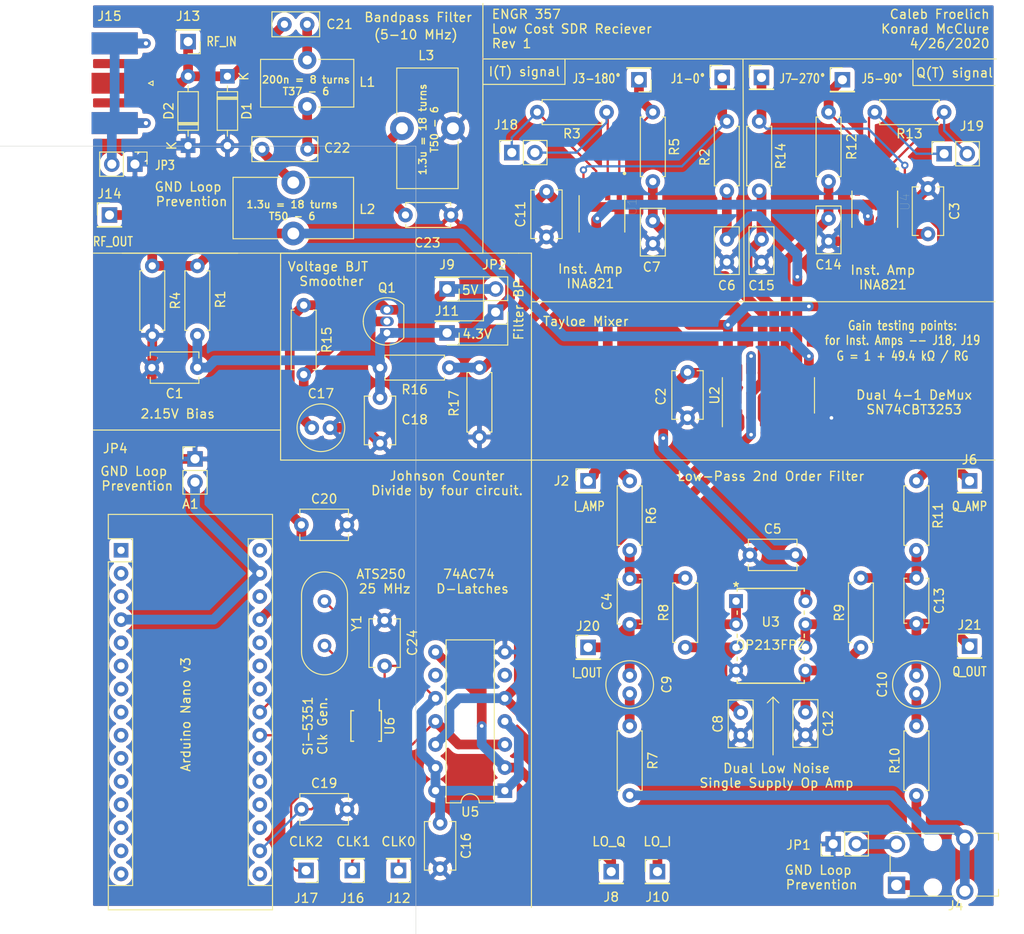
<source format=kicad_pcb>
(kicad_pcb (version 20171130) (host pcbnew "(5.1.5)-3")
  (title_block (title "Radio Reciever -- PCB Board") (date 2020-04-26) (rev 2b) (company "Walla Walla University -- School of Engineering") (comment 1 "Partner: Konrad McClure") (comment 2 "Drawn by: Caleb Froelich") (comment 4 "ENGR 357"))
  (layers (0 F.Cu signal) (31 B.Cu signal) (34 B.Paste user hide) (35 F.Paste user hide) (36 B.SilkS user) (37 F.SilkS user) (38 B.Mask user hide) (39 F.Mask user hide) (44 Edge.Cuts user hide))
  (net 0 "")
  (net 1 "Net-(A1-Pad1)")
  (net 2 +3V3)
  (net 3 "Net-(A1-Pad2)")
  (net 4 "Net-(A1-Pad18)")
  (net 5 "Net-(A1-Pad3)")
  (net 6 "Net-(A1-Pad19)")
  (net 7 "Net-(A1-Pad29)")
  (net 8 "Net-(A1-Pad20)")
  (net 9 "Net-(A1-Pad5)")
  (net 10 "Net-(A1-Pad21)")
  (net 11 "Net-(A1-Pad6)")
  (net 12 /SDA)
  (net 13 "Net-(A1-Pad7)")
  (net 14 /SCL)
  (net 15 "Net-(A1-Pad8)")
  (net 16 "Net-(A1-Pad24)")
  (net 17 "Net-(A1-Pad9)")
  (net 18 "Net-(A1-Pad25)")
  (net 19 "Net-(A1-Pad10)")
  (net 20 "Net-(A1-Pad26)")
  (net 21 "Net-(A1-Pad11)")
  (net 22 +5V)
  (net 23 "Net-(A1-Pad12)")
  (net 24 "Net-(A1-Pad28)")
  (net 25 "Net-(A1-Pad13)")
  (net 26 "Net-(A1-Pad14)")
  (net 27 "Net-(A1-Pad30)")
  (net 28 "Net-(A1-Pad15)")
  (net 29 "Net-(A1-Pad16)")
  (net 30 GND)
  (net 31 "Net-(C4-Pad1)")
  (net 32 "Net-(C4-Pad2)")
  (net 33 "Net-(C7-Pad1)")
  (net 34 "Net-(C12-Pad1)")
  (net 35 "Net-(C13-Pad1)")
  (net 36 GNDA)
  (net 37 "Net-(J3-Pad1)")
  (net 38 "Net-(J6-Pad1)")
  (net 39 /Q_LO)
  (net 40 /I_LO)
  (net 41 "Net-(C21-Pad2)")
  (net 42 "Net-(C22-Pad1)")
  (net 43 /RF_filtered)
  (net 44 "Net-(J7-Pad1)")
  (net 45 +4V)
  (net 46 "Net-(C6-Pad1)")
  (net 47 "Net-(C8-Pad2)")
  (net 48 "Net-(C9-Pad1)")
  (net 49 "Net-(C10-Pad1)")
  (net 50 "Net-(C10-Pad2)")
  (net 51 "Net-(C14-Pad1)")
  (net 52 "Net-(C15-Pad1)")
  (net 53 "Net-(C17-Pad1)")
  (net 54 "Net-(C21-Pad1)")
  (net 55 "Net-(C22-Pad2)")
  (net 56 "Net-(J2-Pad1)")
  (net 57 "Net-(J4-PadT)")
  (net 58 "Net-(J4-PadR)")
  (net 59 "Net-(J4-PadS)")
  (net 60 "Net-(J12-Pad1)")
  (net 61 "Net-(J15-Pad2)")
  (net 62 "Net-(J16-Pad1)")
  (net 63 "Net-(J17-Pad1)")
  (net 64 "Net-(U5-Pad9)")
  (net 65 "Net-(U5-Pad6)")
  (net 66 "Net-(U6-Pad2)")
  (net 67 "Net-(U6-Pad3)")
  (net 68 "Net-(J1-Pad1)")
  (net 69 "Net-(J5-Pad1)")
  (net 70 "Net-(J18-Pad1)")
  (net 71 "Net-(J18-Pad2)")
  (net 72 "Net-(J19-Pad2)")
  (net 73 "Net-(J19-Pad1)")
  (module Package_SO:SOIC-16_3.9x9.9mm_P1.27mm (layer F.Cu) (at 173.728 87.378 90)
    (fp_text reference U2 (at 0 -5.9 90) (layer F.SilkS))
    (fp_text value SN74CBT3253)
    (pad 1 smd roundrect (at -2.475 -4.445 90) (size 1.95 0.6) (layers F.Cu F.Paste F.Mask) (net 30 GND))
    (pad 2 smd roundrect (at -2.475 -3.175 90) (size 1.95 0.6) (layers F.Cu F.Paste F.Mask) (net 39 /Q_LO))
    (pad 3 smd roundrect (at -2.475 -1.905 90) (size 1.95 0.6) (layers F.Cu F.Paste F.Mask) (net 33 "Net-(C7-Pad1)"))
    (pad 4 smd roundrect (at -2.475 -0.635 90) (size 1.95 0.6) (layers F.Cu F.Paste F.Mask) (net 52 "Net-(C15-Pad1)"))
    (pad 5 smd roundrect (at -2.475 0.635 90) (size 1.95 0.6) (layers F.Cu F.Paste F.Mask) (net 51 "Net-(C14-Pad1)"))
    (pad 6 smd roundrect (at -2.475 1.905 90) (size 1.95 0.6) (layers F.Cu F.Paste F.Mask) (net 46 "Net-(C6-Pad1)"))
    (pad 7 smd roundrect (at -2.475 3.175 90) (size 1.95 0.6) (layers F.Cu F.Paste F.Mask) (net 43 /RF_filtered))
    (pad 8 smd roundrect (at -2.475 4.445 90) (size 1.95 0.6) (layers F.Cu F.Paste F.Mask) (net 30 GND))
    (pad 9 smd roundrect (at 2.475 4.445 90) (size 1.95 0.6) (layers F.Cu F.Paste F.Mask) (net 43 /RF_filtered))
    (pad 10 smd roundrect (at 2.475 3.175 90) (size 1.95 0.6) (layers F.Cu F.Paste F.Mask) (net 46 "Net-(C6-Pad1)"))
    (pad 11 smd roundrect (at 2.475 1.905 90) (size 1.95 0.6) (layers F.Cu F.Paste F.Mask) (net 51 "Net-(C14-Pad1)"))
    (pad 12 smd roundrect (at 2.475 0.635 90) (size 1.95 0.6) (layers F.Cu F.Paste F.Mask) (net 52 "Net-(C15-Pad1)"))
    (pad 13 smd roundrect (at 2.475 -0.635 90) (size 1.95 0.6) (layers F.Cu F.Paste F.Mask) (net 33 "Net-(C7-Pad1)"))
    (pad 14 smd roundrect (at 2.475 -1.905 90) (size 1.95 0.6) (layers F.Cu F.Paste F.Mask) (net 40 /I_LO))
    (pad 15 smd roundrect (at 2.475 -3.175 90) (size 1.95 0.6) (layers F.Cu F.Paste F.Mask) (net 30 GND))
    (pad 16 smd roundrect (at 2.475 -4.445 90) (size 1.95 0.6) (layers F.Cu F.Paste F.Mask) (net 45 +4V))
  )
  (module INA821ID:SOIC127P600X175-8N (layer F.Cu) (at 185.412 66.931 270)
    (fp_text reference U4 (at -0.795 -3.322 90) (layer F.SilkS) (effects (font (thickness 0.015))))
    (fp_text value INA821ID)
    (pad 8 smd rect (at 2.475 -1.905 270) (size 1.97 0.57) (layers F.Cu F.Paste F.Mask) (net 45 +4V))
    (pad 7 smd rect (at 2.475 -0.635 270) (size 1.97 0.57) (layers F.Cu F.Paste F.Mask) (net 38 "Net-(J6-Pad1)"))
    (pad 6 smd rect (at 2.475 0.635 270) (size 1.97 0.57) (layers F.Cu F.Paste F.Mask) (net 36 GNDA))
    (pad 5 smd rect (at 2.475 1.905 270) (size 1.97 0.57) (layers F.Cu F.Paste F.Mask) (net 30 GND))
    (pad 4 smd rect (at -2.475 1.905 270) (size 1.97 0.57) (layers F.Cu F.Paste F.Mask) (net 69 "Net-(J5-Pad1)"))
    (pad 3 smd rect (at -2.475 0.635 270) (size 1.97 0.57) (layers F.Cu F.Paste F.Mask) (net 73 "Net-(J19-Pad1)"))
    (pad 2 smd rect (at -2.475 -0.635 270) (size 1.97 0.57) (layers F.Cu F.Paste F.Mask) (net 72 "Net-(J19-Pad2)"))
    (pad 1 smd rect (at -2.475 -1.905 270) (size 1.97 0.57) (layers F.Cu F.Paste F.Mask) (net 44 "Net-(J7-Pad1)"))
  )
  (module INA821ID:SOIC127P600X175-8N (layer F.Cu) (at 155.44 67.439 270)
    (fp_text reference U1 (at -0.795 -3.322 90) (layer F.SilkS) (effects (font (thickness 0.015))))
    (fp_text value INA821ID)
    (pad 1 smd rect (at -2.475 -1.905 270) (size 1.97 0.57) (layers F.Cu F.Paste F.Mask) (net 37 "Net-(J3-Pad1)"))
    (pad 2 smd rect (at -2.475 -0.635 270) (size 1.97 0.57) (layers F.Cu F.Paste F.Mask) (net 71 "Net-(J18-Pad2)"))
    (pad 3 smd rect (at -2.475 0.635 270) (size 1.97 0.57) (layers F.Cu F.Paste F.Mask) (net 70 "Net-(J18-Pad1)"))
    (pad 4 smd rect (at -2.475 1.905 270) (size 1.97 0.57) (layers F.Cu F.Paste F.Mask) (net 68 "Net-(J1-Pad1)"))
    (pad 5 smd rect (at 2.475 1.905 270) (size 1.97 0.57) (layers F.Cu F.Paste F.Mask) (net 30 GND))
    (pad 6 smd rect (at 2.475 0.635 270) (size 1.97 0.57) (layers F.Cu F.Paste F.Mask) (net 36 GNDA))
    (pad 7 smd rect (at 2.475 -0.635 270) (size 1.97 0.57) (layers F.Cu F.Paste F.Mask) (net 56 "Net-(J2-Pad1)"))
    (pad 8 smd rect (at 2.475 -1.905 270) (size 1.97 0.57) (layers F.Cu F.Paste F.Mask) (net 45 +4V))
  )
  (module Capacitor_THT:C_Disc_D5.0mm_W2.5mm_P2.50mm (layer F.Cu) (at 172.966 70.233 270)
    (fp_text reference C15 (at 5.08 0 180) (layer F.SilkS))
    (fp_text value 100p)
    (pad 1 thru_hole circle (at 0 0 270) (size 1.6 1.6) (drill 0.8) (layers *.Cu *.Mask) (net 52 "Net-(C15-Pad1)"))
    (pad 2 thru_hole circle (at 2.5 0 270) (size 1.6 1.6) (drill 0.8) (layers *.Cu *.Mask) (net 30 GND))
  )
  (module Capacitor_THT:C_Disc_D5.1mm_W3.2mm_P5.00mm (layer F.Cu) (at 149.344 69.979 90)
    (fp_text reference C11 (at 2.5 -2.85 90) (layer F.SilkS))
    (fp_text value 0.1u)
    (pad 2 thru_hole circle (at 5 0 90) (size 1.6 1.6) (drill 0.8) (layers *.Cu *.Mask) (net 45 +4V))
    (pad 1 thru_hole circle (at 0 0 90) (size 1.6 1.6) (drill 0.8) (layers *.Cu *.Mask) (net 30 GND))
  )
  (module Capacitor_THT:C_Disc_D5.0mm_W2.5mm_P2.50mm (layer F.Cu) (at 180.332 67.947 270)
    (fp_text reference C14 (at 5.08 0 180) (layer F.SilkS))
    (fp_text value 100p)
    (pad 2 thru_hole circle (at 2.5 0 270) (size 1.6 1.6) (drill 0.8) (layers *.Cu *.Mask) (net 30 GND))
    (pad 1 thru_hole circle (at 0 0 270) (size 1.6 1.6) (drill 0.8) (layers *.Cu *.Mask) (net 51 "Net-(C14-Pad1)"))
  )
  (module Capacitor_THT:C_Disc_D5.1mm_W3.2mm_P5.00mm (layer F.Cu) (at 191.254 64.645 270)
    (fp_text reference C3 (at 2.5 -2.921 90) (layer F.SilkS))
    (fp_text value 0.1u)
    (pad 1 thru_hole circle (at 0 0 270) (size 1.6 1.6) (drill 0.8) (layers *.Cu *.Mask) (net 30 GND))
    (pad 2 thru_hole circle (at 5 0 270) (size 1.6 1.6) (drill 0.8) (layers *.Cu *.Mask) (net 45 +4V))
  )
  (module Capacitor_THT:C_Disc_D5.0mm_W2.5mm_P2.50mm (layer F.Cu) (at 169.156 70.233 270)
    (fp_text reference C6 (at 5.08 0 180) (layer F.SilkS))
    (fp_text value 100p)
    (pad 2 thru_hole circle (at 2.5 0 270) (size 1.6 1.6) (drill 0.8) (layers *.Cu *.Mask) (net 30 GND))
    (pad 1 thru_hole circle (at 0 0 270) (size 1.6 1.6) (drill 0.8) (layers *.Cu *.Mask) (net 46 "Net-(C6-Pad1)"))
  )
  (module Capacitor_THT:C_Disc_D5.0mm_W2.5mm_P2.50mm (layer F.Cu) (at 161.028 68.201 270)
    (fp_text reference C7 (at 5.08 0.127 180) (layer F.SilkS))
    (fp_text value 100p)
    (pad 2 thru_hole circle (at 2.5 0 270) (size 1.6 1.6) (drill 0.8) (layers *.Cu *.Mask) (net 30 GND))
    (pad 1 thru_hole circle (at 0 0 270) (size 1.6 1.6) (drill 0.8) (layers *.Cu *.Mask) (net 33 "Net-(C7-Pad1)"))
  )
  (module Capacitor_THT:C_Disc_D5.1mm_W3.2mm_P5.00mm (layer F.Cu) (at 164.838 84.838 270)
    (fp_text reference C2 (at 2.667 2.921 90) (layer F.SilkS))
    (fp_text value 0.1u)
    (pad 2 thru_hole circle (at 5 0 270) (size 1.6 1.6) (drill 0.8) (layers *.Cu *.Mask) (net 30 GND))
    (pad 1 thru_hole circle (at 0 0 270) (size 1.6 1.6) (drill 0.8) (layers *.Cu *.Mask) (net 45 +4V))
  )
  (module Resistor_THT:R_Axial_DIN0207_L6.3mm_D2.5mm_P7.62mm_Horizontal (layer F.Cu) (at 155.948 56.263 180)
    (fp_text reference R3 (at 3.81 -2.37) (layer F.SilkS))
    (fp_text value 33)
    (pad 2 thru_hole oval (at 7.62 0 180) (size 1.6 1.6) (drill 0.8) (layers *.Cu *.Mask) (net 70 "Net-(J18-Pad1)"))
    (pad 1 thru_hole circle (at 0 0 180) (size 1.6 1.6) (drill 0.8) (layers *.Cu *.Mask) (net 71 "Net-(J18-Pad2)"))
  )
  (module Resistor_THT:R_Axial_DIN0207_L6.3mm_D2.5mm_P7.62mm_Horizontal (layer F.Cu) (at 193.032 56.263 180)
    (fp_text reference R13 (at 3.81 -2.37) (layer F.SilkS))
    (fp_text value 33)
    (pad 1 thru_hole circle (at 0 0 180) (size 1.6 1.6) (drill 0.8) (layers *.Cu *.Mask) (net 72 "Net-(J19-Pad2)"))
    (pad 2 thru_hole oval (at 7.62 0 180) (size 1.6 1.6) (drill 0.8) (layers *.Cu *.Mask) (net 73 "Net-(J19-Pad1)"))
  )
  (module Connector_PinSocket_2.54mm:PinSocket_1x02_P2.54mm_Vertical (layer F.Cu) (at 145.534 60.708 90)
    (fp_text reference J18 (at 3.048 -0.635 180) (layer F.SilkS))
    (fp_text value Conn_01x02_Female)
    (pad 1 thru_hole rect (at 0 0 90) (size 1.7 1.7) (drill 1) (layers *.Cu *.Mask) (net 70 "Net-(J18-Pad1)"))
    (pad 2 thru_hole oval (at 0 2.54 90) (size 1.7 1.7) (drill 1) (layers *.Cu *.Mask) (net 71 "Net-(J18-Pad2)"))
  )
  (module Connector_PinSocket_2.54mm:PinSocket_1x02_P2.54mm_Vertical (layer F.Cu) (at 193.032 60.835 90)
    (fp_text reference J19 (at 3.048 3.048 180) (layer F.SilkS))
    (fp_text value Conn_01x02_Female)
    (pad 1 thru_hole rect (at 0 0 90) (size 1.7 1.7) (drill 1) (layers *.Cu *.Mask) (net 73 "Net-(J19-Pad1)"))
    (pad 2 thru_hole oval (at 0 2.54 90) (size 1.7 1.7) (drill 1) (layers *.Cu *.Mask) (net 72 "Net-(J19-Pad2)"))
  )
  (module Resistor_THT:R_Axial_DIN0207_L6.3mm_D2.5mm_P7.62mm_Horizontal (layer F.Cu) (at 161.028 56.263 270)
    (fp_text reference R5 (at 3.81 -2.37 90) (layer F.SilkS))
    (fp_text value 50)
    (pad 1 thru_hole circle (at 0 0 270) (size 1.6 1.6) (drill 0.8) (layers *.Cu *.Mask) (net 37 "Net-(J3-Pad1)"))
    (pad 2 thru_hole oval (at 7.62 0 270) (size 1.6 1.6) (drill 0.8) (layers *.Cu *.Mask) (net 33 "Net-(C7-Pad1)"))
  )
  (module Resistor_THT:R_Axial_DIN0207_L6.3mm_D2.5mm_P7.62mm_Horizontal (layer F.Cu) (at 172.712 57.279 270)
    (fp_text reference R14 (at 3.81 -2.37 90) (layer F.SilkS))
    (fp_text value 50)
    (pad 1 thru_hole circle (at 0 0 270) (size 1.6 1.6) (drill 0.8) (layers *.Cu *.Mask) (net 44 "Net-(J7-Pad1)"))
    (pad 2 thru_hole oval (at 7.62 0 270) (size 1.6 1.6) (drill 0.8) (layers *.Cu *.Mask) (net 52 "Net-(C15-Pad1)"))
  )
  (module Resistor_THT:R_Axial_DIN0207_L6.3mm_D2.5mm_P7.62mm_Horizontal (layer F.Cu) (at 169.156 57.279 270)
    (fp_text reference R2 (at 3.937 2.413 90) (layer F.SilkS))
    (fp_text value 50)
    (pad 2 thru_hole oval (at 7.62 0 270) (size 1.6 1.6) (drill 0.8) (layers *.Cu *.Mask) (net 46 "Net-(C6-Pad1)"))
    (pad 1 thru_hole circle (at 0 0 270) (size 1.6 1.6) (drill 0.8) (layers *.Cu *.Mask) (net 68 "Net-(J1-Pad1)"))
  )
  (module Resistor_THT:R_Axial_DIN0207_L6.3mm_D2.5mm_P7.62mm_Horizontal (layer F.Cu) (at 180.332 56.263 270)
    (fp_text reference R12 (at 3.81 -2.54 90) (layer F.SilkS))
    (fp_text value 50)
    (pad 2 thru_hole oval (at 7.62 0 270) (size 1.6 1.6) (drill 0.8) (layers *.Cu *.Mask) (net 51 "Net-(C14-Pad1)"))
    (pad 1 thru_hole circle (at 0 0 270) (size 1.6 1.6) (drill 0.8) (layers *.Cu *.Mask) (net 69 "Net-(J5-Pad1)"))
  )
  (module Capacitor_THT:C_Disc_D5.0mm_W2.5mm_P2.50mm (layer F.Cu) (at 123.055 46.611 180)
    (fp_text reference C21 (at -3.556 0) (layer F.SilkS))
    (fp_text value 1n)
    (pad 1 thru_hole circle (at 0 0 180) (size 1.6 1.6) (drill 0.8) (layers *.Cu *.Mask) (net 54 "Net-(C21-Pad1)"))
    (pad 2 thru_hole circle (at 2.5 0 180) (size 1.6 1.6) (drill 0.8) (layers *.Cu *.Mask) (net 41 "Net-(C21-Pad2)"))
  )
  (module Connector_PinHeader_2.54mm:PinHeader_1x01_P2.54mm_Vertical (layer F.Cu) (at 122.928 139.575 180)
    (fp_text reference J17 (at 0 -3.048) (layer F.SilkS))
    (fp_text value CLK2)
    (pad 1 thru_hole rect (at 0 0 180) (size 1.7 1.7) (drill 1) (layers *.Cu *.Mask) (net 63 "Net-(J17-Pad1)"))
  )
  (module Capacitor_THT:C_Disc_D4.7mm_W2.5mm_P5.00mm (layer F.Cu) (at 158.488 112.524 90)
    (fp_text reference C4 (at 2.5 -2.5 90) (layer F.SilkS))
    (fp_text value 220p)
    (pad 2 thru_hole circle (at 5 0 90) (size 1.6 1.6) (drill 0.8) (layers *.Cu *.Mask) (net 32 "Net-(C4-Pad2)"))
    (pad 1 thru_hole circle (at 0 0 90) (size 1.6 1.6) (drill 0.8) (layers *.Cu *.Mask) (net 31 "Net-(C4-Pad1)"))
  )
  (module Capacitor_THT:C_Disc_D5.1mm_W3.2mm_P5.00mm (layer F.Cu) (at 171.696 104.904)
    (fp_text reference C5 (at 2.5 -2.85) (layer F.SilkS))
    (fp_text value 0.1u)
    (pad 1 thru_hole circle (at 0 0) (size 1.6 1.6) (drill 0.8) (layers *.Cu *.Mask) (net 30 GND))
    (pad 2 thru_hole circle (at 5 0) (size 1.6 1.6) (drill 0.8) (layers *.Cu *.Mask) (net 45 +4V))
  )
  (module Capacitor_THT:C_Disc_D5.0mm_W2.5mm_P2.50mm (layer F.Cu) (at 170.68 124.716 90)
    (fp_text reference C8 (at 1.25 -2.5 90) (layer F.SilkS))
    (fp_text value 100p)
    (pad 1 thru_hole circle (at 0 0 90) (size 1.6 1.6) (drill 0.8) (layers *.Cu *.Mask) (net 30 GND))
    (pad 2 thru_hole circle (at 2.5 0 90) (size 1.6 1.6) (drill 0.8) (layers *.Cu *.Mask) (net 47 "Net-(C8-Pad2)"))
  )
  (module Capacitor_THT:C_Disc_D5.0mm_W2.5mm_P2.50mm (layer F.Cu) (at 177.792 122.176 270)
    (fp_text reference C12 (at 1.25 -2.5 90) (layer F.SilkS))
    (fp_text value 100p)
    (pad 2 thru_hole circle (at 2.5 0 270) (size 1.6 1.6) (drill 0.8) (layers *.Cu *.Mask) (net 30 GND))
    (pad 1 thru_hole circle (at 0 0 270) (size 1.6 1.6) (drill 0.8) (layers *.Cu *.Mask) (net 34 "Net-(C12-Pad1)"))
  )
  (module Capacitor_THT:C_Disc_D4.7mm_W2.5mm_P5.00mm (layer F.Cu) (at 189.984 107.444 270)
    (fp_text reference C13 (at 2.5 -2.5 90) (layer F.SilkS))
    (fp_text value 220p)
    (pad 1 thru_hole circle (at 0 0 270) (size 1.6 1.6) (drill 0.8) (layers *.Cu *.Mask) (net 35 "Net-(C13-Pad1)"))
    (pad 2 thru_hole circle (at 5 0 270) (size 1.6 1.6) (drill 0.8) (layers *.Cu *.Mask) (net 50 "Net-(C10-Pad2)"))
  )
  (module Resistor_THT:R_Axial_DIN0207_L6.3mm_D2.5mm_P7.62mm_Horizontal (layer F.Cu) (at 158.488 96.776 270)
    (fp_text reference R6 (at 3.81 -2.37 90) (layer F.SilkS))
    (fp_text value 8.2k)
    (pad 2 thru_hole oval (at 7.62 0 270) (size 1.6 1.6) (drill 0.8) (layers *.Cu *.Mask) (net 32 "Net-(C4-Pad2)"))
    (pad 1 thru_hole circle (at 0 0 270) (size 1.6 1.6) (drill 0.8) (layers *.Cu *.Mask) (net 56 "Net-(J2-Pad1)"))
  )
  (module Resistor_THT:R_Axial_DIN0207_L6.3mm_D2.5mm_P7.62mm_Horizontal (layer F.Cu) (at 164.584 115.064 90)
    (fp_text reference R8 (at 3.81 -2.37 90) (layer F.SilkS))
    (fp_text value 15k)
    (pad 1 thru_hole circle (at 0 0 90) (size 1.6 1.6) (drill 0.8) (layers *.Cu *.Mask) (net 47 "Net-(C8-Pad2)"))
    (pad 2 thru_hole oval (at 7.62 0 90) (size 1.6 1.6) (drill 0.8) (layers *.Cu *.Mask) (net 32 "Net-(C4-Pad2)"))
  )
  (module Resistor_THT:R_Axial_DIN0207_L6.3mm_D2.5mm_P7.62mm_Horizontal (layer F.Cu) (at 183.888 115.064 90)
    (fp_text reference R9 (at 3.81 -2.37 90) (layer F.SilkS))
    (fp_text value 15k)
    (pad 1 thru_hole circle (at 0 0 90) (size 1.6 1.6) (drill 0.8) (layers *.Cu *.Mask) (net 34 "Net-(C12-Pad1)"))
    (pad 2 thru_hole oval (at 7.62 0 90) (size 1.6 1.6) (drill 0.8) (layers *.Cu *.Mask) (net 35 "Net-(C13-Pad1)"))
  )
  (module Resistor_THT:R_Axial_DIN0207_L6.3mm_D2.5mm_P7.62mm_Horizontal (layer F.Cu) (at 189.984 96.776 270)
    (fp_text reference R11 (at 3.81 -2.37 90) (layer F.SilkS))
    (fp_text value 8.2k)
    (pad 2 thru_hole oval (at 7.62 0 270) (size 1.6 1.6) (drill 0.8) (layers *.Cu *.Mask) (net 35 "Net-(C13-Pad1)"))
    (pad 1 thru_hole circle (at 0 0 270) (size 1.6 1.6) (drill 0.8) (layers *.Cu *.Mask) (net 38 "Net-(J6-Pad1)"))
  )
  (module footprints:OP213FPZ (layer F.Cu) (at 170.172 109.984)
    (fp_text reference U3 (at 3.81 2.286) (layer F.SilkS))
    (fp_text value OP213FPZ (at 3.81 4.826) (layer F.SilkS))
    (fp_text user * (at 0 -1.524) (layer F.SilkS))
    (fp_text user * (at 0 -1.524) (layer F.SilkS))
    (pad 1 thru_hole rect (at 0 0) (size 1.524 1.524) (drill 0.8128) (layers *.Cu *.Mask) (net 31 "Net-(C4-Pad1)"))
    (pad 2 thru_hole circle (at 0 2.54) (size 1.524 1.524) (drill 0.8128) (layers *.Cu *.Mask) (net 31 "Net-(C4-Pad1)"))
    (pad 3 thru_hole circle (at 0 5.08) (size 1.524 1.524) (drill 0.8128) (layers *.Cu *.Mask) (net 47 "Net-(C8-Pad2)"))
    (pad 4 thru_hole circle (at 0 7.62) (size 1.524 1.524) (drill 0.8128) (layers *.Cu *.Mask) (net 30 GND))
    (pad 5 thru_hole circle (at 7.62 7.62) (size 1.524 1.524) (drill 0.8128) (layers *.Cu *.Mask) (net 34 "Net-(C12-Pad1)"))
    (pad 6 thru_hole circle (at 7.62 5.08) (size 1.524 1.524) (drill 0.8128) (layers *.Cu *.Mask) (net 50 "Net-(C10-Pad2)"))
    (pad 7 thru_hole circle (at 7.62 2.54) (size 1.524 1.524) (drill 0.8128) (layers *.Cu *.Mask) (net 50 "Net-(C10-Pad2)"))
    (pad 8 thru_hole circle (at 7.62 0) (size 1.524 1.524) (drill 0.8128) (layers *.Cu *.Mask) (net 45 +4V))
  )
  (module Capacitor_THT:C_Disc_D5.1mm_W3.2mm_P5.00mm (layer F.Cu) (at 131.056 87.632 270)
    (fp_text reference C18 (at 2.413 -3.81 180) (layer F.SilkS))
    (fp_text value 0.1u)
    (pad 1 thru_hole circle (at 0 0 270) (size 1.6 1.6) (drill 0.8) (layers *.Cu *.Mask) (net 45 +4V))
    (pad 2 thru_hole circle (at 5 0 270) (size 1.6 1.6) (drill 0.8) (layers *.Cu *.Mask) (net 30 GND))
  )
  (module Connector_PinHeader_2.54mm:PinHeader_1x01_P2.54mm_Vertical (layer F.Cu) (at 138.422 75.694 180)
    (fp_text reference J9 (at 0 2.667) (layer F.SilkS))
    (fp_text value 5V)
    (pad 1 thru_hole rect (at 0 0 180) (size 1.7 1.7) (drill 1) (layers *.Cu *.Mask) (net 22 +5V))
  )
  (module Connector_PinHeader_2.54mm:PinHeader_1x01_P2.54mm_Vertical (layer F.Cu) (at 138.422 80.52 180)
    (fp_text reference J11 (at 0 2.413) (layer F.SilkS))
    (fp_text value 4.3V)
    (pad 1 thru_hole rect (at 0 0 180) (size 1.7 1.7) (drill 1) (layers *.Cu *.Mask) (net 45 +4V))
  )
  (module Connector_PinHeader_2.54mm:PinHeader_1x02_P2.54mm_Vertical (layer F.Cu) (at 180.84 136.654 90)
    (fp_text reference JP1 (at -0.127 -3.81 180) (layer F.SilkS))
    (fp_text value Jumper_NC_Small)
    (pad 1 thru_hole rect (at 0 0 90) (size 1.7 1.7) (drill 1) (layers *.Cu *.Mask) (net 30 GND))
    (pad 2 thru_hole oval (at 0 2.54 90) (size 1.7 1.7) (drill 1) (layers *.Cu *.Mask) (net 59 "Net-(J4-PadS)"))
  )
  (module Connector_PinHeader_2.54mm:PinHeader_1x02_P2.54mm_Vertical (layer F.Cu) (at 143.756 78.234 180)
    (fp_text reference JP2 (at 0.127 5.207) (layer F.SilkS))
    (fp_text value "Smooth Disable")
    (pad 2 thru_hole oval (at 0 2.54 180) (size 1.7 1.7) (drill 1) (layers *.Cu *.Mask) (net 22 +5V))
    (pad 1 thru_hole rect (at 0 0 180) (size 1.7 1.7) (drill 1) (layers *.Cu *.Mask) (net 45 +4V))
  )
  (module Package_TO_SOT_THT:TO-92_Inline (layer F.Cu) (at 131.818 80.52 90)
    (fp_text reference Q1 (at 4.953 0 180) (layer F.SilkS))
    (fp_text value PN2222A)
    (pad 2 thru_hole oval (at 1.27 0 90) (size 1.05 1.5) (drill 0.75) (layers *.Cu *.Mask) (net 53 "Net-(C17-Pad1)"))
    (pad 3 thru_hole oval (at 2.54 0 90) (size 1.05 1.5) (drill 0.75) (layers *.Cu *.Mask) (net 22 +5V))
    (pad 1 thru_hole rect (at 0 0 90) (size 1.05 1.5) (drill 0.75) (layers *.Cu *.Mask) (net 45 +4V))
  )
  (module Resistor_THT:R_Axial_DIN0207_L6.3mm_D2.5mm_P7.62mm_Horizontal (layer F.Cu) (at 122.674 77.472 270)
    (fp_text reference R15 (at 3.81 -2.54 90) (layer F.SilkS))
    (fp_text value 1k)
    (pad 2 thru_hole oval (at 7.62 0 270) (size 1.6 1.6) (drill 0.8) (layers *.Cu *.Mask) (net 53 "Net-(C17-Pad1)"))
    (pad 1 thru_hole circle (at 0 0 270) (size 1.6 1.6) (drill 0.8) (layers *.Cu *.Mask) (net 22 +5V))
  )
  (module Resistor_THT:R_Axial_DIN0207_L6.3mm_D2.5mm_P7.62mm_Horizontal (layer F.Cu) (at 138.676 84.33 180)
    (fp_text reference R16 (at 3.81 -2.413) (layer F.SilkS))
    (fp_text value 10k)
    (pad 1 thru_hole circle (at 0 0 180) (size 1.6 1.6) (drill 0.8) (layers *.Cu *.Mask) (net 36 GNDA))
    (pad 2 thru_hole oval (at 7.62 0 180) (size 1.6 1.6) (drill 0.8) (layers *.Cu *.Mask) (net 45 +4V))
  )
  (module Resistor_THT:R_Axial_DIN0207_L6.3mm_D2.5mm_P7.62mm_Horizontal (layer F.Cu) (at 141.978 84.33 270)
    (fp_text reference R17 (at 3.937 2.794 270) (layer F.SilkS))
    (fp_text value 10k)
    (pad 1 thru_hole circle (at 0 0 270) (size 1.6 1.6) (drill 0.8) (layers *.Cu *.Mask) (net 36 GNDA))
    (pad 2 thru_hole oval (at 7.62 0 270) (size 1.6 1.6) (drill 0.8) (layers *.Cu *.Mask) (net 30 GND))
  )
  (module Connector_PinHeader_2.54mm:PinHeader_1x01_P2.54mm_Vertical (layer F.Cu) (at 172.966 52.453)
    (fp_text reference J7 (at 2.667 0.127) (layer F.SilkS) (effects (font (size 1 0.8))))
    (fp_text value Q_IN270)
    (pad 1 thru_hole rect (at 0 0) (size 1.7 1.7) (drill 1) (layers *.Cu *.Mask) (net 44 "Net-(J7-Pad1)"))
  )
  (module Module:Arduino_Nano (layer F.Cu) (at 102.608 104.396)
    (fp_text reference A1 (at 7.62 -5.08) (layer F.SilkS))
    (fp_text value Arduino_Nano_v3.x)
    (pad 1 thru_hole rect (at 0 0) (size 1.6 1.6) (drill 0.8) (layers *.Cu *.Mask) (net 1 "Net-(A1-Pad1)"))
    (pad 17 thru_hole oval (at 15.24 33.02) (size 1.6 1.6) (drill 0.8) (layers *.Cu *.Mask) (net 2 +3V3))
    (pad 2 thru_hole oval (at 0 2.54) (size 1.6 1.6) (drill 0.8) (layers *.Cu *.Mask) (net 3 "Net-(A1-Pad2)"))
    (pad 18 thru_hole oval (at 15.24 30.48) (size 1.6 1.6) (drill 0.8) (layers *.Cu *.Mask) (net 4 "Net-(A1-Pad18)"))
    (pad 3 thru_hole oval (at 0 5.08) (size 1.6 1.6) (drill 0.8) (layers *.Cu *.Mask) (net 5 "Net-(A1-Pad3)"))
    (pad 19 thru_hole oval (at 15.24 27.94) (size 1.6 1.6) (drill 0.8) (layers *.Cu *.Mask) (net 6 "Net-(A1-Pad19)"))
    (pad 4 thru_hole oval (at 0 7.62) (size 1.6 1.6) (drill 0.8) (layers *.Cu *.Mask) (net 7 "Net-(A1-Pad29)"))
    (pad 20 thru_hole oval (at 15.24 25.4) (size 1.6 1.6) (drill 0.8) (layers *.Cu *.Mask) (net 8 "Net-(A1-Pad20)"))
    (pad 5 thru_hole oval (at 0 10.16) (size 1.6 1.6) (drill 0.8) (layers *.Cu *.Mask) (net 9 "Net-(A1-Pad5)"))
    (pad 21 thru_hole oval (at 15.24 22.86) (size 1.6 1.6) (drill 0.8) (layers *.Cu *.Mask) (net 10 "Net-(A1-Pad21)"))
    (pad 6 thru_hole oval (at 0 12.7) (size 1.6 1.6) (drill 0.8) (layers *.Cu *.Mask) (net 11 "Net-(A1-Pad6)"))
    (pad 22 thru_hole oval (at 15.24 20.32) (size 1.6 1.6) (drill 0.8) (layers *.Cu *.Mask) (net 12 /SDA))
    (pad 7 thru_hole oval (at 0 15.24) (size 1.6 1.6) (drill 0.8) (layers *.Cu *.Mask) (net 13 "Net-(A1-Pad7)"))
    (pad 23 thru_hole oval (at 15.24 17.78) (size 1.6 1.6) (drill 0.8) (layers *.Cu *.Mask) (net 14 /SCL))
    (pad 8 thru_hole oval (at 0 17.78) (size 1.6 1.6) (drill 0.8) (layers *.Cu *.Mask) (net 15 "Net-(A1-Pad8)"))
    (pad 24 thru_hole oval (at 15.24 15.24) (size 1.6 1.6) (drill 0.8) (layers *.Cu *.Mask) (net 16 "Net-(A1-Pad24)"))
    (pad 9 thru_hole oval (at 0 20.32) (size 1.6 1.6) (drill 0.8) (layers *.Cu *.Mask) (net 17 "Net-(A1-Pad9)"))
    (pad 25 thru_hole oval (at 15.24 12.7) (size 1.6 1.6) (drill 0.8) (layers *.Cu *.Mask) (net 18 "Net-(A1-Pad25)"))
    (pad 10 thru_hole oval (at 0 22.86) (size 1.6 1.6) (drill 0.8) (layers *.Cu *.Mask) (net 19 "Net-(A1-Pad10)"))
    (pad 26 thru_hole oval (at 15.24 10.16) (size 1.6 1.6) (drill 0.8) (layers *.Cu *.Mask) (net 20 "Net-(A1-Pad26)"))
    (pad 11 thru_hole oval (at 0 25.4) (size 1.6 1.6) (drill 0.8) (layers *.Cu *.Mask) (net 21 "Net-(A1-Pad11)"))
    (pad 27 thru_hole oval (at 15.24 7.62) (size 1.6 1.6) (drill 0.8) (layers *.Cu *.Mask) (net 22 +5V))
    (pad 12 thru_hole oval (at 0 27.94) (size 1.6 1.6) (drill 0.8) (layers *.Cu *.Mask) (net 23 "Net-(A1-Pad12)"))
    (pad 28 thru_hole oval (at 15.24 5.08) (size 1.6 1.6) (drill 0.8) (layers *.Cu *.Mask) (net 24 "Net-(A1-Pad28)"))
    (pad 13 thru_hole oval (at 0 30.48) (size 1.6 1.6) (drill 0.8) (layers *.Cu *.Mask) (net 25 "Net-(A1-Pad13)"))
    (pad 29 thru_hole oval (at 15.24 2.54) (size 1.6 1.6) (drill 0.8) (layers *.Cu *.Mask) (net 7 "Net-(A1-Pad29)"))
    (pad 14 thru_hole oval (at 0 33.02) (size 1.6 1.6) (drill 0.8) (layers *.Cu *.Mask) (net 26 "Net-(A1-Pad14)"))
    (pad 30 thru_hole oval (at 15.24 0) (size 1.6 1.6) (drill 0.8) (layers *.Cu *.Mask) (net 27 "Net-(A1-Pad30)"))
    (pad 15 thru_hole oval (at 0 35.56) (size 1.6 1.6) (drill 0.8) (layers *.Cu *.Mask) (net 28 "Net-(A1-Pad15)"))
    (pad 16 thru_hole oval (at 15.24 35.56) (size 1.6 1.6) (drill 0.8) (layers *.Cu *.Mask) (net 29 "Net-(A1-Pad16)"))
  )
  (module Capacitor_THT:C_Disc_D5.1mm_W3.2mm_P5.00mm (layer F.Cu) (at 110.99 84.33 180)
    (fp_text reference C1 (at 2.5 -2.85) (layer F.SilkS))
    (fp_text value 0.1u)
    (pad 2 thru_hole circle (at 5 0 180) (size 1.6 1.6) (drill 0.8) (layers *.Cu *.Mask) (net 30 GND))
    (pad 1 thru_hole circle (at 0 0 180) (size 1.6 1.6) (drill 0.8) (layers *.Cu *.Mask) (net 45 +4V))
  )
  (module Capacitor_THT:C_Disc_D7.0mm_W2.5mm_P5.00mm (layer F.Cu) (at 118.102 60.327)
    (fp_text reference C22 (at 8.255 -0.127) (layer F.SilkS))
    (fp_text value 220p)
    (pad 1 thru_hole circle (at 0 0) (size 1.6 1.6) (drill 0.8) (layers *.Cu *.Mask) (net 42 "Net-(C22-Pad1)"))
    (pad 2 thru_hole circle (at 5 0) (size 1.6 1.6) (drill 0.8) (layers *.Cu *.Mask) (net 55 "Net-(C22-Pad2)"))
  )
  (module Capacitor_THT:C_Disc_D4.7mm_W2.5mm_P5.00mm (layer F.Cu) (at 133.85 67.566)
    (fp_text reference C23 (at 2.413 3.048) (layer F.SilkS))
    (fp_text value 220p)
    (pad 1 thru_hole circle (at 0 0) (size 1.6 1.6) (drill 0.8) (layers *.Cu *.Mask) (net 55 "Net-(C22-Pad2)"))
    (pad 2 thru_hole circle (at 5 0) (size 1.6 1.6) (drill 0.8) (layers *.Cu *.Mask) (net 30 GND))
  )
  (module Capacitor_THT:C_Disc_D5.1mm_W3.2mm_P5.00mm (layer F.Cu) (at 122.42 132.844)
    (fp_text reference C19 (at 2.5 -2.85) (layer F.SilkS))
    (fp_text value 0.1u)
    (pad 1 thru_hole circle (at 0 0) (size 1.6 1.6) (drill 0.8) (layers *.Cu *.Mask) (net 2 +3V3))
    (pad 2 thru_hole circle (at 5 0) (size 1.6 1.6) (drill 0.8) (layers *.Cu *.Mask) (net 30 GND))
  )
  (module Capacitor_THT:C_Disc_D5.1mm_W3.2mm_P5.00mm (layer F.Cu) (at 122.42 101.602)
    (fp_text reference C20 (at 2.5 -2.85) (layer F.SilkS))
    (fp_text value 0.1u)
    (pad 1 thru_hole circle (at 0 0) (size 1.6 1.6) (drill 0.8) (layers *.Cu *.Mask) (net 22 +5V))
    (pad 2 thru_hole circle (at 5 0) (size 1.6 1.6) (drill 0.8) (layers *.Cu *.Mask) (net 30 GND))
  )
  (module Capacitor_THT:C_Disc_D5.1mm_W3.2mm_P5.00mm (layer F.Cu) (at 137.66 134.368 270)
    (fp_text reference C16 (at 2.5 -2.85 90) (layer F.SilkS))
    (fp_text value 0.1u)
    (pad 1 thru_hole circle (at 0 0 270) (size 1.6 1.6) (drill 0.8) (layers *.Cu *.Mask) (net 2 +3V3))
    (pad 2 thru_hole circle (at 5 0 270) (size 1.6 1.6) (drill 0.8) (layers *.Cu *.Mask) (net 30 GND))
  )
  (module Capacitor_THT:C_Disc_D5.1mm_W3.2mm_P5.00mm (layer F.Cu) (at 131.564 117.096 90)
    (fp_text reference C24 (at 2.54 3.048 90) (layer F.SilkS))
    (fp_text value 0.1u)
    (pad 2 thru_hole circle (at 5 0 90) (size 1.6 1.6) (drill 0.8) (layers *.Cu *.Mask) (net 30 GND))
    (pad 1 thru_hole circle (at 0 0 90) (size 1.6 1.6) (drill 0.8) (layers *.Cu *.Mask) (net 2 +3V3))
  )
  (module Diode_THT:D_DO-35_SOD27_P7.62mm_Horizontal (layer F.Cu) (at 114.292 52.326 270)
    (fp_text reference D1 (at 3.81 -2.12 90) (layer F.SilkS))
    (fp_text value 1N914)
    (fp_text user K (at 0 -1.8 90) (layer F.SilkS))
    (pad 1 thru_hole rect (at 0 0 270) (size 1.6 1.6) (drill 0.8) (layers *.Cu *.Mask) (net 41 "Net-(C21-Pad2)"))
    (pad 2 thru_hole oval (at 7.62 0 270) (size 1.6 1.6) (drill 0.8) (layers *.Cu *.Mask) (net 30 GND))
  )
  (module Diode_THT:D_DO-35_SOD27_P7.62mm_Horizontal (layer F.Cu) (at 109.974 59.946 90)
    (fp_text reference D2 (at 3.81 -2.12 90) (layer F.SilkS))
    (fp_text value 1N914)
    (fp_text user K (at 0 -1.8 90) (layer F.SilkS))
    (pad 2 thru_hole oval (at 7.62 0 90) (size 1.6 1.6) (drill 0.8) (layers *.Cu *.Mask) (net 41 "Net-(C21-Pad2)"))
    (pad 1 thru_hole rect (at 0 0 90) (size 1.6 1.6) (drill 0.8) (layers *.Cu *.Mask) (net 30 GND))
  )
  (module Connector_Coaxial:SMA_Molex_73251-1153_EdgeMount_Horizontal (layer F.Cu) (at 103.624 53.088)
    (fp_text reference J15 (at -2.286 -7.366 180) (layer F.SilkS))
    (fp_text value "Antenna In")
    (pad 1 smd rect (at -1.72 0) (size 5.08 2.29) (layers F.Cu F.Paste F.Mask) (net 41 "Net-(C21-Pad2)"))
    (pad 2 smd rect (at -1.72 -4.38) (size 5.08 2.42) (layers F.Cu F.Paste F.Mask) (net 61 "Net-(J15-Pad2)"))
    (pad 2 smd rect (at -1.72 4.38) (size 5.08 2.42) (layers F.Cu F.Paste F.Mask) (net 61 "Net-(J15-Pad2)"))
    (pad 2 smd rect (at -1.72 -4.38) (size 5.08 2.42) (layers B.Cu B.Paste B.Mask) (net 61 "Net-(J15-Pad2)"))
    (pad 2 smd rect (at -1.72 4.38) (size 5.08 2.42) (layers B.Cu B.Paste B.Mask) (net 61 "Net-(J15-Pad2)"))
    (pad 2 thru_hole circle (at 1.72 -4.38) (size 0.97 0.97) (drill 0.46) (layers *.Cu) (net 61 "Net-(J15-Pad2)"))
    (pad 2 thru_hole circle (at 1.72 4.38) (size 0.97 0.97) (drill 0.46) (layers *.Cu) (net 61 "Net-(J15-Pad2)"))
    (pad 2 smd rect (at 1.27 -4.38) (size 0.95 0.46) (layers F.Cu) (net 61 "Net-(J15-Pad2)"))
    (pad 2 smd rect (at 1.27 4.38) (size 0.95 0.46) (layers F.Cu) (net 61 "Net-(J15-Pad2)"))
    (pad 2 smd rect (at 1.27 -4.38) (size 0.95 0.46) (layers B.Cu) (net 61 "Net-(J15-Pad2)"))
    (pad 2 smd rect (at 1.27 4.38) (size 0.95 0.46) (layers B.Cu) (net 61 "Net-(J15-Pad2)"))
  )
  (module Connector_Audio:Jack_3.5mm_Switronic_ST-005-G_horizontal (layer F.Cu) (at 194.302 138.94 180)
    (fp_text reference J4 (at 0 -4.5) (layer F.SilkS))
    (fp_text value AudioJack3)
    (pad T thru_hole circle (at -1 -2.9 180) (size 1.9 1.9) (drill 1.2) (layers *.Cu *.Mask) (net 57 "Net-(J4-PadT)"))
    (pad T thru_hole circle (at -1 2.9 180) (size 1.9 1.9) (drill 1.2) (layers *.Cu *.Mask) (net 57 "Net-(J4-PadT)"))
    (pad R thru_hole rect (at 6.5 -2.25 180) (size 1.9 1.9) (drill 1.2) (layers *.Cu *.Mask) (net 58 "Net-(J4-PadR)"))
    (pad S thru_hole circle (at 6.5 2.25 180) (size 1.9 1.9) (drill 1.2) (layers *.Cu *.Mask) (net 59 "Net-(J4-PadS)"))
    (pad "" np_thru_hole circle (at 2.5 2.5 180) (size 1 1) (drill 1) (layers *.Cu *.Mask))
    (pad "" np_thru_hole circle (at 2.5 -2.5 180) (size 1 1) (drill 1) (layers *.Cu *.Mask))
  )
  (module Connector_PinHeader_2.54mm:PinHeader_1x01_P2.54mm_Vertical (layer F.Cu) (at 133.088 139.575 180)
    (fp_text reference J12 (at 0 -3.048) (layer F.SilkS))
    (fp_text value CLK0)
    (pad 1 thru_hole rect (at 0 0 180) (size 1.7 1.7) (drill 1) (layers *.Cu *.Mask) (net 60 "Net-(J12-Pad1)"))
  )
  (module Connector_PinHeader_2.54mm:PinHeader_1x01_P2.54mm_Vertical (layer F.Cu) (at 168.648 52.453)
    (fp_text reference J1 (at -4.953 0.127) (layer F.SilkS) (effects (font (size 1 0.8))))
    (fp_text value I_IN0)
    (pad 1 thru_hole rect (at 0 0) (size 1.7 1.7) (drill 1) (layers *.Cu *.Mask) (net 68 "Net-(J1-Pad1)"))
  )
  (module Connector_PinHeader_2.54mm:PinHeader_1x01_P2.54mm_Vertical (layer F.Cu) (at 109.974 48.516 180)
    (fp_text reference J13 (at 0 2.794) (layer F.SilkS))
    (fp_text value RF_IN)
    (pad 1 thru_hole rect (at 0 0 180) (size 1.7 1.7) (drill 1) (layers *.Cu *.Mask) (net 41 "Net-(C21-Pad2)"))
  )
  (module Connector_PinHeader_2.54mm:PinHeader_1x01_P2.54mm_Vertical (layer F.Cu) (at 101.338 67.566)
    (fp_text reference J14 (at 0 -2.33) (layer F.SilkS))
    (fp_text value RF_OUT)
    (pad 1 thru_hole rect (at 0 0) (size 1.7 1.7) (drill 1) (layers *.Cu *.Mask) (net 43 /RF_filtered))
  )
  (module Connector_PinHeader_2.54mm:PinHeader_1x01_P2.54mm_Vertical (layer F.Cu) (at 153.916 96.776)
    (fp_text reference J2 (at -2.921 0) (layer F.SilkS))
    (fp_text value I_AMP)
    (pad 1 thru_hole rect (at 0 0) (size 1.7 1.7) (drill 1) (layers *.Cu *.Mask) (net 56 "Net-(J2-Pad1)"))
  )
  (module Connector_PinHeader_2.54mm:PinHeader_1x01_P2.54mm_Vertical (layer F.Cu) (at 159.504 52.707 180)
    (fp_text reference J3 (at 6.604 0.127) (layer F.SilkS) (effects (font (size 1 0.8))))
    (fp_text value I_IN180)
    (pad 1 thru_hole rect (at 0 0 180) (size 1.7 1.7) (drill 1) (layers *.Cu *.Mask) (net 37 "Net-(J3-Pad1)"))
  )
  (module Connector_PinHeader_2.54mm:PinHeader_1x01_P2.54mm_Vertical (layer F.Cu) (at 181.856 52.707)
    (fp_text reference J5 (at 2.794 -0.127) (layer F.SilkS) (effects (font (size 1 0.8))))
    (fp_text value Q_IN90)
    (pad 1 thru_hole rect (at 0 0) (size 1.7 1.7) (drill 1) (layers *.Cu *.Mask) (net 69 "Net-(J5-Pad1)"))
  )
  (module Connector_PinHeader_2.54mm:PinHeader_1x01_P2.54mm_Vertical (layer F.Cu) (at 156.456 139.702)
    (fp_text reference J8 (at 0 2.794) (layer F.SilkS))
    (fp_text value LO_Q)
    (pad 1 thru_hole rect (at 0 0) (size 1.7 1.7) (drill 1) (layers *.Cu *.Mask) (net 39 /Q_LO))
  )
  (module Connector_PinHeader_2.54mm:PinHeader_1x01_P2.54mm_Vertical (layer F.Cu) (at 161.536 139.702)
    (fp_text reference J10 (at 0 2.794) (layer F.SilkS))
    (fp_text value LO_I)
    (pad 1 thru_hole rect (at 0 0) (size 1.7 1.7) (drill 1) (layers *.Cu *.Mask) (net 40 /I_LO))
  )
  (module Connector_PinHeader_2.54mm:PinHeader_1x01_P2.54mm_Vertical (layer F.Cu) (at 128.008 139.575 180)
    (fp_text reference J16 (at 0 -3.048) (layer F.SilkS))
    (fp_text value CLK1)
    (pad 1 thru_hole rect (at 0 0 180) (size 1.7 1.7) (drill 1) (layers *.Cu *.Mask) (net 62 "Net-(J16-Pad1)"))
  )
  (module Connector_PinHeader_2.54mm:PinHeader_1x02_P2.54mm_Vertical (layer F.Cu) (at 104.132 61.978 270)
    (fp_text reference JP3 (at 0.127 -3.302 180) (layer F.SilkS) (effects (font (size 1 0.8))))
    (fp_text value Jumper_NC_Small)
    (pad 2 thru_hole oval (at 0 2.54 270) (size 1.7 1.7) (drill 1) (layers *.Cu *.Mask) (net 61 "Net-(J15-Pad2)"))
    (pad 1 thru_hole rect (at 0 0 270) (size 1.7 1.7) (drill 1) (layers *.Cu *.Mask) (net 30 GND))
  )
  (module Connector_PinHeader_2.54mm:PinHeader_1x02_P2.54mm_Vertical (layer F.Cu) (at 110.736 94.363)
    (fp_text reference JP4 (at -8.763 -1.143) (layer F.SilkS))
    (fp_text value Jumper_NC_Small)
    (pad 1 thru_hole rect (at 0 0) (size 1.7 1.7) (drill 1) (layers *.Cu *.Mask) (net 30 GND))
    (pad 2 thru_hole oval (at 0 2.54) (size 1.7 1.7) (drill 1) (layers *.Cu *.Mask) (net 7 "Net-(A1-Pad29)"))
  )
  (module Resistor_THT:R_Axial_DIN0207_L6.3mm_D2.5mm_P7.62mm_Horizontal (layer F.Cu) (at 110.99 80.774 90)
    (fp_text reference R1 (at 3.937 2.54 90) (layer F.SilkS))
    (fp_text value 10k)
    (pad 1 thru_hole circle (at 0 0 90) (size 1.6 1.6) (drill 0.8) (layers *.Cu *.Mask) (net 45 +4V))
    (pad 2 thru_hole oval (at 7.62 0 90) (size 1.6 1.6) (drill 0.8) (layers *.Cu *.Mask) (net 43 /RF_filtered))
  )
  (module Resistor_THT:R_Axial_DIN0207_L6.3mm_D2.5mm_P7.62mm_Horizontal (layer F.Cu) (at 106.037 73.154 270)
    (fp_text reference R4 (at 3.81 -2.54 90) (layer F.SilkS))
    (fp_text value 10k)
    (pad 2 thru_hole oval (at 7.62 0 270) (size 1.6 1.6) (drill 0.8) (layers *.Cu *.Mask) (net 30 GND))
    (pad 1 thru_hole circle (at 0 0 270) (size 1.6 1.6) (drill 0.8) (layers *.Cu *.Mask) (net 43 /RF_filtered))
  )
  (module Resistor_THT:R_Axial_DIN0207_L6.3mm_D2.5mm_P7.62mm_Horizontal (layer F.Cu) (at 158.488 131.32 90)
    (fp_text reference R7 (at 3.81 2.54 90) (layer F.SilkS))
    (fp_text value 100)
    (pad 1 thru_hole circle (at 0 0 90) (size 1.6 1.6) (drill 0.8) (layers *.Cu *.Mask) (net 57 "Net-(J4-PadT)"))
    (pad 2 thru_hole oval (at 7.62 0 90) (size 1.6 1.6) (drill 0.8) (layers *.Cu *.Mask) (net 48 "Net-(C9-Pad1)"))
  )
  (module Resistor_THT:R_Axial_DIN0207_L6.3mm_D2.5mm_P7.62mm_Horizontal (layer F.Cu) (at 189.984 131.32 90)
    (fp_text reference R10 (at 3.81 -2.37 90) (layer F.SilkS))
    (fp_text value 100)
    (pad 2 thru_hole oval (at 7.62 0 90) (size 1.6 1.6) (drill 0.8) (layers *.Cu *.Mask) (net 49 "Net-(C10-Pad1)"))
    (pad 1 thru_hole circle (at 0 0 90) (size 1.6 1.6) (drill 0.8) (layers *.Cu *.Mask) (net 58 "Net-(J4-PadR)"))
  )
  (module Package_DIP:DIP-14_W7.62mm (layer F.Cu) (at 144.772 130.812 180)
    (fp_text reference U5 (at 3.81 -2.33) (layer F.SilkS))
    (fp_text value 74AC74)
    (pad 1 thru_hole rect (at 0 0 180) (size 1.6 1.6) (drill 0.8) (layers *.Cu *.Mask) (net 2 +3V3))
    (pad 8 thru_hole oval (at 7.62 15.24 180) (size 1.6 1.6) (drill 0.8) (layers *.Cu *.Mask) (net 39 /Q_LO))
    (pad 2 thru_hole oval (at 0 2.54 180) (size 1.6 1.6) (drill 0.8) (layers *.Cu *.Mask) (net 39 /Q_LO))
    (pad 9 thru_hole oval (at 7.62 12.7 180) (size 1.6 1.6) (drill 0.8) (layers *.Cu *.Mask) (net 64 "Net-(U5-Pad9)"))
    (pad 3 thru_hole oval (at 0 5.08 180) (size 1.6 1.6) (drill 0.8) (layers *.Cu *.Mask) (net 60 "Net-(J12-Pad1)"))
    (pad 10 thru_hole oval (at 7.62 10.16 180) (size 1.6 1.6) (drill 0.8) (layers *.Cu *.Mask) (net 2 +3V3))
    (pad 4 thru_hole oval (at 0 7.62 180) (size 1.6 1.6) (drill 0.8) (layers *.Cu *.Mask) (net 2 +3V3))
    (pad 11 thru_hole oval (at 7.62 7.62 180) (size 1.6 1.6) (drill 0.8) (layers *.Cu *.Mask) (net 60 "Net-(J12-Pad1)"))
    (pad 5 thru_hole oval (at 0 10.16 180) (size 1.6 1.6) (drill 0.8) (layers *.Cu *.Mask) (net 40 /I_LO))
    (pad 12 thru_hole oval (at 7.62 5.08 180) (size 1.6 1.6) (drill 0.8) (layers *.Cu *.Mask) (net 40 /I_LO))
    (pad 6 thru_hole oval (at 0 12.7 180) (size 1.6 1.6) (drill 0.8) (layers *.Cu *.Mask) (net 65 "Net-(U5-Pad6)"))
    (pad 13 thru_hole oval (at 7.62 2.54 180) (size 1.6 1.6) (drill 0.8) (layers *.Cu *.Mask) (net 2 +3V3))
    (pad 7 thru_hole oval (at 0 15.24 180) (size 1.6 1.6) (drill 0.8) (layers *.Cu *.Mask) (net 30 GND))
    (pad 14 thru_hole oval (at 7.62 0 180) (size 1.6 1.6) (drill 0.8) (layers *.Cu *.Mask) (net 2 +3V3))
  )
  (module Package_SO:MSOP-10_3x3mm_P0.5mm (layer F.Cu) (at 129.532 123.7 270)
    (fp_text reference U6 (at 0 -2.6 90) (layer F.SilkS))
    (fp_text value Si5351A-B-GT)
    (pad 1 smd rect (at -2.2 -1 270) (size 1.4 0.3) (layers F.Cu F.Paste F.Mask) (net 2 +3V3))
    (pad 2 smd rect (at -2.2 -0.5 270) (size 1.4 0.3) (layers F.Cu F.Paste F.Mask) (net 66 "Net-(U6-Pad2)"))
    (pad 3 smd rect (at -2.2 0 270) (size 1.4 0.3) (layers F.Cu F.Paste F.Mask) (net 67 "Net-(U6-Pad3)"))
    (pad 4 smd rect (at -2.2 0.5 270) (size 1.4 0.3) (layers F.Cu F.Paste F.Mask) (net 14 /SCL))
    (pad 5 smd rect (at -2.2 1 270) (size 1.4 0.3) (layers F.Cu F.Paste F.Mask) (net 12 /SDA))
    (pad 6 smd rect (at 2.2 1 270) (size 1.4 0.3) (layers F.Cu F.Paste F.Mask) (net 63 "Net-(J17-Pad1)"))
    (pad 7 smd rect (at 2.2 0.5 270) (size 1.4 0.3) (layers F.Cu F.Paste F.Mask) (net 2 +3V3))
    (pad 8 smd rect (at 2.2 0 270) (size 1.4 0.3) (layers F.Cu F.Paste F.Mask) (net 30 GND))
    (pad 9 smd rect (at 2.2 -0.5 270) (size 1.4 0.3) (layers F.Cu F.Paste F.Mask) (net 62 "Net-(J16-Pad1)"))
    (pad 10 smd rect (at 2.2 -1 270) (size 1.4 0.3) (layers F.Cu F.Paste F.Mask) (net 60 "Net-(J12-Pad1)"))
  )
  (module Crystal:Crystal_HC49-U_Vertical (layer F.Cu) (at 124.96 109.984 270)
    (fp_text reference Y1 (at 2.44 -3.525 90) (layer F.SilkS))
    (fp_text value ATS250)
    (pad 1 thru_hole circle (at 0 0 270) (size 1.5 1.5) (drill 0.8) (layers *.Cu *.Mask) (net 66 "Net-(U6-Pad2)"))
    (pad 2 thru_hole circle (at 4.88 0 270) (size 1.5 1.5) (drill 0.8) (layers *.Cu *.Mask) (net 67 "Net-(U6-Pad3)"))
  )
  (module Capacitor_THT:C_Radial_D5.0mm_H11.0mm_P2.00mm (layer F.Cu) (at 158.488 120.144 90)
    (fp_text reference C9 (at 1 4.064 90) (layer F.SilkS))
    (fp_text value 10u)
    (pad 2 thru_hole circle (at 2 0 90) (size 1.6 1.6) (drill 0.8) (layers *.Cu *.Mask) (net 31 "Net-(C4-Pad1)"))
    (pad 1 thru_hole circle (at 0 0 90) (size 1.6 1.6) (drill 0.8) (layers *.Cu *.Mask) (net 48 "Net-(C9-Pad1)"))
  )
  (module Capacitor_THT:C_Radial_D5.0mm_H11.0mm_P2.00mm (layer F.Cu) (at 189.984 120.144 90)
    (fp_text reference C10 (at 1 -3.75 90) (layer F.SilkS))
    (fp_text value 10u)
    (pad 1 thru_hole circle (at 0 0 90) (size 1.6 1.6) (drill 0.8) (layers *.Cu *.Mask) (net 49 "Net-(C10-Pad1)"))
    (pad 2 thru_hole circle (at 2 0 90) (size 1.6 1.6) (drill 0.8) (layers *.Cu *.Mask) (net 50 "Net-(C10-Pad2)"))
  )
  (module Capacitor_THT:C_Radial_D5.0mm_H11.0mm_P2.00mm (layer F.Cu) (at 123.563 90.934)
    (fp_text reference C17 (at 1 -3.75) (layer F.SilkS))
    (fp_text value 10u)
    (pad 1 thru_hole circle (at 0 0) (size 1.6 1.6) (drill 0.8) (layers *.Cu *.Mask) (net 53 "Net-(C17-Pad1)"))
    (pad 2 thru_hole circle (at 2 0) (size 1.6 1.6) (drill 0.8) (layers *.Cu *.Mask) (net 30 GND))
  )
  (module Inductor_THT:L_Toroid_Vertical_L10.0mm_W5.0mm_P5.08mm (layer F.Cu) (at 123.055 55.628 180)
    (fp_text reference L1 (at -6.604 2.667) (layer F.SilkS))
    (fp_text value 200n)
    (pad 1 thru_hole circle (at 0 0 180) (size 2 2) (drill 1) (layers *.Cu *.Mask) (net 55 "Net-(C22-Pad2)"))
    (pad 2 thru_hole circle (at 0 5.08 180) (size 2 2) (drill 1) (layers *.Cu *.Mask) (net 54 "Net-(C21-Pad1)"))
  )
  (module Inductor_THT:L_Toroid_Vertical_L13.0mm_W6.5mm_P5.60mm (layer F.Cu) (at 121.531 69.598 180)
    (fp_text reference L2 (at -8.128 2.667) (layer F.SilkS))
    (fp_text value 1.3u)
    (pad 1 thru_hole circle (at 0 0 180) (size 2.6 2.6) (drill 1.3) (layers *.Cu *.Mask) (net 43 /RF_filtered))
    (pad 2 thru_hole circle (at 0 5.6 180) (size 2.6 2.6) (drill 1.3) (layers *.Cu *.Mask) (net 42 "Net-(C22-Pad1)"))
  )
  (module Inductor_THT:L_Toroid_Vertical_L13.0mm_W6.5mm_P5.60mm (layer F.Cu) (at 133.469 58.041 90)
    (fp_text reference L3 (at 8.001 2.667 180) (layer F.SilkS))
    (fp_text value 1.3u)
    (pad 2 thru_hole circle (at 0 5.6 90) (size 2.6 2.6) (drill 1.3) (layers *.Cu *.Mask) (net 30 GND))
    (pad 1 thru_hole circle (at 0 0 90) (size 2.6 2.6) (drill 1.3) (layers *.Cu *.Mask) (net 55 "Net-(C22-Pad2)"))
  )
  (module Connector_PinHeader_2.54mm:PinHeader_1x01_P2.54mm_Vertical (layer F.Cu) (at 195.826 96.776)
    (fp_text reference J6 (at 0 -2.33) (layer F.SilkS))
    (fp_text value Q_AMP)
    (pad 1 thru_hole rect (at 0 0) (size 1.7 1.7) (drill 1) (layers *.Cu *.Mask) (net 38 "Net-(J6-Pad1)"))
  )
  (module Connector_PinHeader_2.54mm:PinHeader_1x01_P2.54mm_Vertical (layer F.Cu) (at 153.916 115.064)
    (fp_text reference J20 (at 0 -2.33) (layer F.SilkS))
    (fp_text value I_OUT)
    (pad 1 thru_hole rect (at 0 0) (size 1.7 1.7) (drill 1) (layers *.Cu *.Mask) (net 31 "Net-(C4-Pad1)"))
  )
  (module Connector_PinHeader_2.54mm:PinHeader_1x01_P2.54mm_Vertical (layer F.Cu) (at 195.826 114.937)
    (fp_text reference J21 (at 0 -2.33) (layer F.SilkS))
    (fp_text value Q_OUT)
    (pad 1 thru_hole rect (at 0 0) (size 1.7 1.7) (drill 1) (layers *.Cu *.Mask) (net 50 "Net-(C10-Pad2)"))
  )
  (gr_text "Si-5351\nClk Gen." (at 123.944 123.7 90) (layer F.SilkS) (effects (font (size 1 1))))
  (gr_text Q_OUT (at 195.826 117.731) (layer F.SilkS) (effects (font (size 1 0.8))))
  (gr_text I_OUT (at 153.789 117.858) (layer F.SilkS) (effects (font (size 1 0.8))))
  (gr_text LO_I (at 161.536 136.4) (layer F.SilkS) (effects (font (size 1 1))))
  (gr_text LO_Q (at 156.202 136.4) (layer F.SilkS) (effects (font (size 1 1))))
  (gr_text "Filter BP" (at 146.296 77.98 90) (layer F.SilkS) (effects (font (size 1 1))))
  (gr_text "200n = 8 turns\nT37 - 6" (at 122.928 53.342) (layer F.SilkS) (effects (font (size 0.8 0.8))))
  (gr_text "1.3u = 18 turns\nT50 - 6" (at 121.404 67.058) (layer F.SilkS) (effects (font (size 0.8 0.8))))
  (gr_text "1.3u = 18 turns\nT50 - 6" (at 136.39 58.168 90) (layer F.SilkS) (effects (font (size 0.8 0.8))))
  (gr_text "G = 1 + 49.4 kΩ / RG" (at 188.46 83.06) (layer F.SilkS) (effects (font (size 1 0.8))))
  (gr_text "Gain testing points:\nfor Inst. Amps -- J18, J19" (at 188.46 80.52) (layer F.SilkS) (effects (font (size 1 0.8))))
  (gr_text "Arduino Nano v3" (at 109.72 122.43 90) (layer F.SilkS) (effects (font (size 1 1))))
  (gr_text "Dual 4-1 DeMux\nSN74CBT3253" (at 189.73 88.14) (layer F.SilkS) (effects (font (size 1 1))))
  (gr_text "Inst. Amp\nINA821" (at 186.301 74.424) (layer F.SilkS) (effects (font (size 1 1))))
  (gr_text "Inst. Amp\nINA821" (at 154.17 74.297) (layer F.SilkS) (effects (font (size 1 1))))
  (gr_text "GND Loop \nPrevention" (at 104.386 96.522) (layer F.SilkS) (effects (font (size 1 1))))
  (gr_text "GND Loop \nPrevention" (at 110.355 65.28) (layer F.SilkS) (effects (font (size 1 1))))
  (gr_text "GND Loop \nPrevention" (at 179.57 140.337) (layer F.SilkS) (effects (font (size 1 1))))
  (gr_text "74AC74 \nD-Latches" (at 141.216 107.825) (layer F.SilkS) (effects (font (size 1 1))))
  (gr_line (start 174.236 120.525) (end 173.601 121.16) (layer F.SilkS) (width 0.12))
  (gr_line (start 174.236 120.525) (end 174.871 121.16) (layer F.SilkS) (width 0.12))
  (gr_line (start 174.236 126.875) (end 174.236 120.525) (layer F.SilkS) (width 0.12))
  (gr_text "Dual Low Noise\nSingle Supply Op Amp" (at 174.617 129.161) (layer F.SilkS) (effects (font (size 1 1))))
  (gr_text "ATS250 \n25 MHz" (at 131.564 107.825) (layer F.SilkS) (effects (font (size 1 1))))
  (gr_line (start 171.061 76.964) (end 170.934 50.421) (layer F.SilkS) (width 0.12))
  (gr_text "ENGR 357\nLow Cost SDR Reciever\nRev 1" (at 143.248 47.119) (layer F.SilkS) (effects (font (size 1 1)) (justify left)))
  (gr_text "Caleb Froelich\nKonrad McClure\n4/26/2020" (at 198.112 47.119) (layer F.SilkS) (effects (font (size 1 1)) (justify right)))
  (gr_line (start 142.359 50.421) (end 198.747 50.421) (layer F.SilkS) (width 0.12))
  (gr_line (start 142.359 50.421) (end 142.359 50.294) (layer B.SilkS) (width 0.12))
  (gr_line (start 147.693 77.091) (end 198.62 77.091) (layer F.SilkS) (width 0.12))
  (gr_line (start 147.693 94.49) (end 198.62 94.49) (layer F.SilkS) (width 0.12))
  (gr_text "Bandpass Filter" (at 135.247 45.849) (layer F.SilkS) (effects (font (size 1 1))))
  (gr_text "(5-10 MHz)" (at 134.993 47.754) (layer F.SilkS) (effects (font (size 1 1))))
  (gr_text CLK0 (at 133.088 136.4) (layer F.SilkS) (effects (font (size 1 1))))
  (gr_text CLK1 (at 128.135 136.4) (layer F.SilkS) (effects (font (size 1 1))))
  (gr_text CLK2 (at 122.928 136.4) (layer F.SilkS) (effects (font (size 1 1))))
  (gr_text "Low-Pass 2nd Order Filter" (at 173.982 96.268) (layer F.SilkS) (effects (font (size 1 1))))
  (gr_text "Johnson Counter\nDivide by four circuit." (at 138.422 97.03) (layer F.SilkS) (effects (font (size 1 1))))
  (gr_text -270° (at 178.046 52.58) (layer F.SilkS) (effects (font (size 1 0.8))))
  (gr_text -0° (at 165.6 52.58) (layer F.SilkS) (effects (font (size 1 0.8))))
  (gr_text -90° (at 186.936 52.58) (layer F.SilkS) (effects (font (size 1 0.8))))
  (gr_text -180° (at 155.567 52.58) (layer F.SilkS) (effects (font (size 1 0.8))))
  (gr_line (start 102.735 91.188) (end 99.56 91.188) (layer F.SilkS) (width 0.12))
  (gr_line (start 115.435 91.188) (end 120.134 91.188) (layer F.SilkS) (width 0.12))
  (gr_line (start 147.693 94.49) (end 147.693 143.639) (layer F.SilkS) (width 0.12))
  (gr_text I_AMP (at 154.043 99.57) (layer F.SilkS) (effects (font (size 1 0.8))))
  (gr_text Q_AMP (at 195.826 99.57) (layer F.SilkS) (effects (font (size 1 0.8))))
  (gr_text "Tayloe Mixer" (at 153.662 79.25) (layer F.SilkS) (effects (font (size 1 1))))
  (gr_text RF_IN (at 113.657 48.516) (layer F.SilkS) (effects (font (size 1 0.8))))
  (gr_text RF_OUT (at 101.719 70.487) (layer F.SilkS) (effects (font (size 1 0.8))))
  (gr_line (start 189.603 50.548) (end 189.603 53.342) (layer F.SilkS) (width 0.12))
  (gr_line (start 198.62 53.342) (end 189.603 53.342) (layer F.SilkS) (width 0.12))
  (gr_line (start 151.376 53.215) (end 151.376 50.421) (layer F.SilkS) (width 0.12))
  (gr_line (start 142.359 53.215) (end 151.376 53.215) (layer F.SilkS) (width 0.12))
  (gr_text "Q(T) signal" (at 194.175 51.945) (layer F.SilkS) (effects (font (size 1 1))))
  (gr_text "I(T) signal" (at 146.931 51.818) (layer F.SilkS) (effects (font (size 1 1))))
  (gr_line (start 142.359 71.757) (end 142.359 44.325) (layer F.SilkS) (width 0.12))
  (gr_line (start 99.56 71.757) (end 142.359 71.757) (layer F.SilkS) (width 0.12))
  (gr_line (start 115.435 91.188) (end 102.735 91.188) (layer F.SilkS) (width 0.12))
  (gr_line (start 102.735 71.757) (end 115.435 71.757) (layer F.SilkS) (width 0.12))
  (gr_text "2.15V Bias" (at 108.831 89.41) (layer F.SilkS) (effects (font (size 1 1))))
  (gr_line (start 142.42504 79.18904) (end 142.42504 76.97416) (layer F.SilkS) (width 0.12))
  (gr_line (start 139.752 79.19) (end 142.42504 79.18904) (layer F.SilkS) (width 0.12))
  (gr_line (start 139.752 77.024) (end 142.4352 77.0148) (layer F.SilkS) (width 0.12))
  (gr_line (start 145.0895 81.8535) (end 145.0895 79.5675) (layer F.SilkS) (width 0.12))
  (gr_line (start 139.752 81.85) (end 145.0895 81.8535) (layer F.SilkS) (width 0.12))
  (gr_line (start 142.426 74.364) (end 139.752 74.364) (layer F.SilkS) (width 0.12))
  (gr_text "Voltage BJT \nSmoother" (at 125.722 74.043) (layer F.SilkS) (effects (font (size 1 1))))
  (gr_line (start 146.296 94.49) (end 147.693 94.49) (layer F.SilkS) (width 0.12))
  (gr_line (start 147.693 71.757) (end 146.296 71.757) (layer F.SilkS) (width 0.12))
  (gr_line (start 147.693 73.154) (end 147.693 71.757) (layer F.SilkS) (width 0.12))
  (gr_line (start 120.134 73.154) (end 120.134 71.757) (layer F.SilkS) (width 0.12))
  (gr_line (start 120.134 94.49) (end 120.134 73.154) (layer F.SilkS) (width 0.12))
  (gr_line (start 146.296 94.49) (end 120.134 94.49) (layer F.SilkS) (width 0.12))
  (gr_line (start 147.693 73.154) (end 147.693 94.49) (layer F.SilkS) (width 0.12))
  (gr_line (start 120.134 71.757) (end 146.296 71.757) (layer F.SilkS) (width 0.12))
  (gr_text 4.3V (at 141.724 80.647) (layer F.SilkS) (effects (font (size 1 1))))
  (gr_text 5V (at 140.962 75.821) (layer F.SilkS) (effects (font (size 1 1))))
  (gr_line (start 35 160) (end 35 60) (layer Edge.Cuts) (width 0.05))
  (gr_line (start 135 160) (end 35 160) (layer Edge.Cuts) (width 0.05))
  (gr_line (start 135 160) (end 135 60) (layer Edge.Cuts) (width 0.05))
  (gr_line (start 35 60) (end 135 60) (layer Edge.Cuts) (width 0.05))
  (segment (start 146.304001 129.279999) (end 144.772 130.812) (width 1.064) (layer B.Cu) (net 2))
  (segment (start 146.304001 124.724001) (end 146.304001 129.279999) (width 1.064) (layer B.Cu) (net 2))
  (segment (start 144.772 123.192) (end 146.304001 124.724001) (width 1.064) (layer B.Cu) (net 2))
  (segment (start 144.772 130.812) (end 137.152 130.812) (width 1.064) (layer B.Cu) (net 2))
  (segment (start 137.152 128.272) (end 137.152 130.812) (width 1.064) (layer B.Cu) (net 2))
  (segment (start 137.66 131.32) (end 137.152 130.812) (width 1.064) (layer B.Cu) (net 2))
  (segment (start 137.66 134.368) (end 137.66 131.32) (width 1.064) (layer B.Cu) (net 2))
  (segment (start 123.55137 132.844) (end 129.032 127.36337) (width 0.25) (layer F.Cu) (net 2))
  (segment (start 129.032 126.85) (end 129.032 125.9) (width 0.25) (layer F.Cu) (net 2))
  (segment (start 129.032 127.36337) (end 129.032 126.85) (width 0.25) (layer F.Cu) (net 2))
  (segment (start 122.42 132.844) (end 123.55137 132.844) (width 0.25) (layer F.Cu) (net 2))
  (segment (start 129.032 123.935002) (end 130.532 122.435002) (width 0.25) (layer F.Cu) (net 2))
  (segment (start 130.532 122.435002) (end 130.532 121.5) (width 0.25) (layer F.Cu) (net 2))
  (segment (start 129.032 125.9) (end 129.032 123.935002) (width 0.25) (layer F.Cu) (net 2))
  (segment (start 131.564 120.868) (end 131.564 118.22737) (width 0.25) (layer F.Cu) (net 2))
  (segment (start 131.564 118.22737) (end 131.564 117.096) (width 0.25) (layer F.Cu) (net 2))
  (segment (start 130.932 121.5) (end 131.564 120.868) (width 0.25) (layer F.Cu) (net 2))
  (segment (start 130.532 121.5) (end 130.932 121.5) (width 0.25) (layer F.Cu) (net 2))
  (segment (start 133.596 117.096) (end 137.152 120.652) (width 0.25) (layer F.Cu) (net 2))
  (segment (start 131.564 117.096) (end 133.596 117.096) (width 0.25) (layer F.Cu) (net 2))
  (segment (start 117.848 137.416) (end 122.42 132.844) (width 0.25) (layer B.Cu) (net 2))
  (segment (start 136.352001 121.451999) (end 137.152 120.652) (width 1.064) (layer B.Cu) (net 2))
  (segment (start 135.619999 122.184001) (end 136.352001 121.451999) (width 1.064) (layer B.Cu) (net 2))
  (segment (start 135.619999 126.739999) (end 135.619999 122.184001) (width 1.064) (layer B.Cu) (net 2))
  (segment (start 137.152 128.272) (end 135.619999 126.739999) (width 1.064) (layer B.Cu) (net 2))
  (segment (start 112.768 112.016) (end 117.848 106.936) (width 1.064) (layer B.Cu) (net 7))
  (segment (start 102.608 112.016) (end 112.768 112.016) (width 1.064) (layer B.Cu) (net 7))
  (segment (start 117.848 106.936) (end 110.736 99.824) (width 1.064) (layer B.Cu) (net 7))
  (segment (start 110.736 99.824) (end 110.736 96.903) (width 1.064) (layer B.Cu) (net 7))
  (segment (start 128.532 122.45) (end 128.532 121.5) (width 0.25) (layer F.Cu) (net 12))
  (segment (start 126.266 124.716) (end 128.532 122.45) (width 0.25) (layer F.Cu) (net 12))
  (segment (start 117.848 124.716) (end 126.266 124.716) (width 0.25) (layer F.Cu) (net 12))
  (segment (start 129.032 120.55) (end 129.032 121.5) (width 0.25) (layer F.Cu) (net 14))
  (segment (start 128.956999 120.474999) (end 129.032 120.55) (width 0.25) (layer F.Cu) (net 14))
  (segment (start 119.549001 120.474999) (end 128.956999 120.474999) (width 0.25) (layer F.Cu) (net 14))
  (segment (start 117.848 122.176) (end 119.549001 120.474999) (width 0.25) (layer F.Cu) (net 14))
  (segment (start 131.31 77.472) (end 131.818 77.98) (width 1.064) (layer F.Cu) (net 22))
  (segment (start 122.674 77.472) (end 131.31 77.472) (width 1.064) (layer F.Cu) (net 22))
  (segment (start 136.136 77.98) (end 138.422 75.694) (width 1.064) (layer F.Cu) (net 22))
  (segment (start 131.818 77.98) (end 136.136 77.98) (width 1.064) (layer F.Cu) (net 22))
  (segment (start 122.42 107.444) (end 122.42 101.602) (width 1.064) (layer F.Cu) (net 22))
  (segment (start 117.848 112.016) (end 122.42 107.444) (width 1.064) (layer F.Cu) (net 22))
  (segment (start 121.141999 79.004001) (end 121.874001 78.271999) (width 1.064) (layer F.Cu) (net 22))
  (segment (start 121.874001 78.271999) (end 122.674 77.472) (width 1.064) (layer F.Cu) (net 22))
  (segment (start 121.141999 100.323999) (end 121.141999 79.004001) (width 1.064) (layer F.Cu) (net 22))
  (segment (start 122.42 101.602) (end 121.141999 100.323999) (width 1.064) (layer F.Cu) (net 22))
  (segment (start 138.422 75.694) (end 143.756 75.694) (width 1.064) (layer B.Cu) (net 22))
  (segment (start 177.752 124.716) (end 177.792 124.676) (width 1.064) (layer F.Cu) (net 30))
  (segment (start 129.532 130.732) (end 127.42 132.844) (width 0.25) (layer F.Cu) (net 30))
  (segment (start 129.532 125.9) (end 129.532 130.732) (width 0.25) (layer F.Cu) (net 30))
  (segment (start 108.822 94.363) (end 110.736 94.363) (width 1.064) (layer F.Cu) (net 30))
  (segment (start 105.99 91.531) (end 108.822 94.363) (width 1.064) (layer F.Cu) (net 30))
  (segment (start 106.037 84.283) (end 105.99 84.33) (width 1.064) (layer F.Cu) (net 30))
  (segment (start 106.037 80.774) (end 106.037 84.283) (width 1.064) (layer F.Cu) (net 30))
  (segment (start 105.99 84.33) (end 105.99 91.531) (width 1.064) (layer F.Cu) (net 30))
  (segment (start 129.358 90.934) (end 131.056 92.632) (width 1.064) (layer F.Cu) (net 30))
  (segment (start 125.563 90.934) (end 129.358 90.934) (width 1.064) (layer F.Cu) (net 30))
  (segment (start 109.974 59.946) (end 106.164 59.946) (width 1.064) (layer B.Cu) (net 30))
  (segment (start 106.164 59.946) (end 104.132 61.978) (width 1.064) (layer B.Cu) (net 30))
  (segment (start 180.651 89.853) (end 180.651 89.853) (width 1.064) (layer F.Cu) (net 30))
  (segment (start 180.332 70.447) (end 182.466 70.447) (width 1.064) (layer F.Cu) (net 30))
  (segment (start 182.466 70.447) (end 183.507 69.406) (width 1.064) (layer F.Cu) (net 30))
  (segment (start 189.476 66.423) (end 191.254 64.645) (width 1.064) (layer F.Cu) (net 30))
  (segment (start 182.466 66.829) (end 182.872 66.423) (width 1.064) (layer F.Cu) (net 30))
  (segment (start 182.872 66.423) (end 189.476 66.423) (width 1.064) (layer F.Cu) (net 30))
  (segment (start 182.466 70.447) (end 182.466 66.829) (width 1.064) (layer F.Cu) (net 30))
  (via (at 180.651 89.853) (size 0.8) (drill 0.4) (layers F.Cu B.Cu) (net 30))
  (segment (start 178.173 89.853) (end 180.651 89.853) (width 1.064) (layer F.Cu) (net 30))
  (segment (start 159.61937 112.524) (end 170.172 112.524) (width 1.064) (layer F.Cu) (net 31))
  (segment (start 158.488 112.524) (end 159.61937 112.524) (width 1.064) (layer F.Cu) (net 31))
  (segment (start 170.172 109.984) (end 170.172 112.524) (width 1.064) (layer F.Cu) (net 31))
  (segment (start 158.488 118.144) (end 158.488 112.524) (width 1.064) (layer F.Cu) (net 31))
  (segment (start 155.948 115.064) (end 158.488 112.524) (width 1.064) (layer F.Cu) (net 31))
  (segment (start 153.916 115.064) (end 155.948 115.064) (width 1.064) (layer F.Cu) (net 31))
  (segment (start 164.504 107.524) (end 164.584 107.444) (width 1.064) (layer F.Cu) (net 32))
  (segment (start 158.488 107.524) (end 164.504 107.524) (width 1.064) (layer F.Cu) (net 32))
  (segment (start 158.488 107.524) (end 158.488 104.396) (width 1.064) (layer F.Cu) (net 32))
  (segment (start 161.028 63.883) (end 161.028 68.201) (width 1.064) (layer F.Cu) (net 33))
  (segment (start 173.09899 85.849362) (end 173.09899 84.90899) (width 1.064) (layer F.Cu) (net 33))
  (segment (start 173.09899 84.90899) (end 173.093 84.903) (width 1.064) (layer F.Cu) (net 33))
  (segment (start 171.823 89.853) (end 171.823 89.791) (width 1.064) (layer F.Cu) (net 33))
  (segment (start 171.82899 87.119362) (end 173.09899 85.849362) (width 1.064) (layer F.Cu) (net 33))
  (segment (start 171.823 89.791) (end 171.82899 89.78501) (width 1.064) (layer F.Cu) (net 33))
  (segment (start 171.82899 89.78501) (end 171.82899 87.119362) (width 1.064) (layer F.Cu) (net 33))
  (segment (start 173.093 84.903) (end 173.093 78.37058) (width 1.064) (layer F.Cu) (net 33))
  (segment (start 161.827999 69.000999) (end 161.028 68.201) (width 1.064) (layer F.Cu) (net 33))
  (segment (start 167.092001 74.265001) (end 161.827999 69.000999) (width 1.064) (layer F.Cu) (net 33))
  (segment (start 168.987421 74.265001) (end 167.092001 74.265001) (width 1.064) (layer F.Cu) (net 33))
  (segment (start 173.093 78.37058) (end 168.987421 74.265001) (width 1.064) (layer F.Cu) (net 33))
  (segment (start 181.348 117.604) (end 183.888 115.064) (width 1.064) (layer F.Cu) (net 34))
  (segment (start 177.792 117.604) (end 181.348 117.604) (width 1.064) (layer F.Cu) (net 34))
  (segment (start 177.792 117.604) (end 177.792 122.176) (width 1.064) (layer F.Cu) (net 34))
  (segment (start 183.888 107.444) (end 189.984 107.444) (width 1.064) (layer F.Cu) (net 35))
  (segment (start 189.984 104.396) (end 189.984 107.444) (width 1.064) (layer F.Cu) (net 35))
  (segment (start 138.676 84.33) (end 141.978 84.33) (width 1.064) (layer B.Cu) (net 36))
  (segment (start 154.932 67.947) (end 154.932 67.947) (width 1.064) (layer B.Cu) (net 36))
  (via (at 154.932 67.947) (size 0.8) (drill 0.4) (layers F.Cu B.Cu) (net 36))
  (segment (start 154.805 68.074) (end 154.932 67.947) (width 1.064) (layer F.Cu) (net 36))
  (segment (start 154.805 69.914) (end 154.805 68.074) (width 1.064) (layer F.Cu) (net 36))
  (via (at 184.65 67.693) (size 0.8) (drill 0.4) (layers F.Cu B.Cu) (net 36))
  (segment (start 184.777 67.82) (end 184.777 69.406) (width 1.064) (layer F.Cu) (net 36))
  (segment (start 184.65 67.23) (end 184.65 67.693) (width 1.064) (layer B.Cu) (net 36))
  (segment (start 184.65 67.693) (end 184.777 67.82) (width 1.064) (layer F.Cu) (net 36))
  (segment (start 184.65 67.693) (end 184.65 67.693) (width 1.064) (layer B.Cu) (net 36))
  (segment (start 173.465999 66.431001) (end 156.447999 66.431001) (width 1.064) (layer B.Cu) (net 36))
  (segment (start 183.834999 66.414999) (end 173.482001 66.414999) (width 1.064) (layer B.Cu) (net 36))
  (segment (start 173.482001 66.414999) (end 173.465999 66.431001) (width 1.064) (layer B.Cu) (net 36))
  (segment (start 154.932 67.947) (end 154.932 67.947) (width 1.064) (layer B.Cu) (net 36))
  (segment (start 155.186 67.693) (end 154.932 67.947) (width 1.064) (layer B.Cu) (net 36))
  (segment (start 184.65 67.23) (end 183.834999 66.414999) (width 1.064) (layer B.Cu) (net 36))
  (segment (start 156.447999 66.431001) (end 155.186 67.693) (width 1.064) (layer B.Cu) (net 36))
  (segment (start 142.438 84.33) (end 141.978 84.33) (width 1.064) (layer F.Cu) (net 36))
  (segment (start 154.805 71.963) (end 142.438 84.33) (width 1.064) (layer F.Cu) (net 36))
  (segment (start 154.805 69.914) (end 154.805 71.963) (width 1.064) (layer F.Cu) (net 36))
  (segment (start 159.504 52.707) (end 159.504 54.739) (width 1.064) (layer F.Cu) (net 37))
  (segment (start 157.345 64.964) (end 157.345 59.946) (width 0.25) (layer F.Cu) (net 37))
  (segment (start 157.345 59.946) (end 161.028 56.263) (width 0.25) (layer F.Cu) (net 37))
  (segment (start 159.504 54.739) (end 161.028 56.263) (width 1.064) (layer F.Cu) (net 37))
  (segment (start 186.047 69.406) (end 186.047 68.088398) (width 1.064) (layer F.Cu) (net 38))
  (segment (start 191.563372 67.68701) (end 192.786001 68.909639) (width 1.064) (layer F.Cu) (net 38))
  (segment (start 186.448388 67.68701) (end 191.563372 67.68701) (width 1.064) (layer F.Cu) (net 38))
  (segment (start 186.047 68.088398) (end 186.448388 67.68701) (width 1.064) (layer F.Cu) (net 38))
  (segment (start 192.786001 68.909639) (end 192.786001 93.973999) (width 1.064) (layer F.Cu) (net 38))
  (segment (start 192.786001 93.973999) (end 189.984 96.776) (width 1.064) (layer F.Cu) (net 38))
  (segment (start 192.786001 93.973999) (end 192.786001 93.990001) (width 1.064) (layer F.Cu) (net 38))
  (segment (start 192.786001 93.990001) (end 194.683 95.887) (width 1.064) (layer F.Cu) (net 38))
  (segment (start 194.937 95.887) (end 195.826 96.776) (width 1.064) (layer F.Cu) (net 38))
  (segment (start 194.683 95.887) (end 194.937 95.887) (width 1.064) (layer F.Cu) (net 38))
  (segment (start 146.178 128.272) (end 156.456 138.55) (width 1.064) (layer F.Cu) (net 39))
  (segment (start 144.772 128.272) (end 146.178 128.272) (width 1.064) (layer F.Cu) (net 39))
  (segment (start 142.232 120.652) (end 142.232 123.7) (width 1.064) (layer F.Cu) (net 39))
  (segment (start 142.232 123.7) (end 142.232 123.7) (width 1.064) (layer F.Cu) (net 39))
  (via (at 142.232 123.7) (size 0.8) (drill 0.4) (layers F.Cu B.Cu) (net 39))
  (segment (start 142.232 125.732) (end 144.772 128.272) (width 1.064) (layer B.Cu) (net 39))
  (segment (start 142.232 123.7) (end 142.232 125.732) (width 1.064) (layer B.Cu) (net 39))
  (segment (start 141.724 120.144) (end 142.232 120.652) (width 1.064) (layer F.Cu) (net 39))
  (segment (start 137.152 115.572) (end 141.724 120.144) (width 1.064) (layer F.Cu) (net 39))
  (segment (start 170.553 90.828) (end 170.553 89.853) (width 1.064) (layer F.Cu) (net 39))
  (segment (start 164.287009 97.093991) (end 170.553 90.828) (width 1.064) (layer F.Cu) (net 39))
  (segment (start 142.232 120.652) (end 142.232 113.032) (width 1.064) (layer F.Cu) (net 39))
  (segment (start 143.502 111.762) (end 147.067058 111.762) (width 1.064) (layer F.Cu) (net 39))
  (segment (start 147.067058 111.762) (end 161.735067 97.093991) (width 1.064) (layer F.Cu) (net 39))
  (segment (start 142.232 113.032) (end 143.502 111.762) (width 1.064) (layer F.Cu) (net 39))
  (segment (start 161.735067 97.093991) (end 164.287009 97.093991) (width 1.064) (layer F.Cu) (net 39))
  (segment (start 156.456 138.55) (end 156.456 139.702) (width 1.064) (layer F.Cu) (net 39))
  (segment (start 161.536 137.416) (end 144.772 120.652) (width 1.064) (layer F.Cu) (net 40))
  (segment (start 138.684001 124.199999) (end 138.684001 121.676001) (width 1.064) (layer B.Cu) (net 40))
  (segment (start 137.152 125.732) (end 138.684001 124.199999) (width 1.064) (layer B.Cu) (net 40))
  (segment (start 139.708002 120.652) (end 144.772 120.652) (width 1.064) (layer B.Cu) (net 40))
  (segment (start 138.684001 121.676001) (end 139.708002 120.652) (width 1.064) (layer B.Cu) (net 40))
  (segment (start 145.571999 119.852001) (end 144.772 120.652) (width 1.064) (layer F.Cu) (net 40))
  (segment (start 146.304001 114.312637) (end 146.304001 119.119999) (width 1.064) (layer F.Cu) (net 40))
  (segment (start 146.304001 119.119999) (end 145.571999 119.852001) (width 1.064) (layer F.Cu) (net 40))
  (segment (start 171.823 83.928) (end 171.82899 83.92201) (width 1.064) (layer F.Cu) (net 40))
  (segment (start 171.823 84.903) (end 171.823 83.928) (width 1.064) (layer F.Cu) (net 40))
  (segment (start 171.823 84.903) (end 171.823 83.06) (width 1.064) (layer F.Cu) (net 40))
  (segment (start 171.823 83.06) (end 171.823 83.06) (width 1.064) (layer F.Cu) (net 40))
  (via (at 171.823 83.06) (size 0.8) (drill 0.4) (layers F.Cu B.Cu) (net 40))
  (segment (start 171.823 83.06) (end 171.823 83.625685) (width 1.064) (layer B.Cu) (net 40))
  (segment (start 171.823 83.625685) (end 171.823 91.696) (width 1.064) (layer B.Cu) (net 40))
  (segment (start 171.823 91.696) (end 171.823 91.696) (width 1.064) (layer B.Cu) (net 40))
  (via (at 171.823 91.696) (size 0.8) (drill 0.4) (layers F.Cu B.Cu) (net 40))
  (segment (start 162.258637 98.358001) (end 146.304001 114.312637) (width 1.064) (layer F.Cu) (net 40))
  (segment (start 165.160999 98.358001) (end 162.258637 98.358001) (width 1.064) (layer F.Cu) (net 40))
  (segment (start 171.823 91.696) (end 165.160999 98.358001) (width 1.064) (layer F.Cu) (net 40))
  (segment (start 161.536 137.416) (end 161.536 139.702) (width 1.064) (layer F.Cu) (net 40))
  (segment (start 109.974 52.326) (end 114.292 52.326) (width 1.064) (layer F.Cu) (net 41))
  (segment (start 109.974 48.516) (end 109.974 52.326) (width 1.064) (layer F.Cu) (net 41))
  (segment (start 101.904 53.088) (end 109.212 53.088) (width 1.064) (layer F.Cu) (net 41))
  (segment (start 109.212 53.088) (end 109.974 52.326) (width 1.064) (layer F.Cu) (net 41))
  (segment (start 114.84 52.326) (end 120.555 46.611) (width 1.064) (layer F.Cu) (net 41))
  (segment (start 114.292 52.326) (end 114.84 52.326) (width 1.064) (layer F.Cu) (net 41))
  (segment (start 118.102 60.569) (end 121.531 63.998) (width 1.064) (layer F.Cu) (net 42))
  (segment (start 118.102 60.327) (end 118.102 60.569) (width 1.064) (layer F.Cu) (net 42))
  (segment (start 101.338 67.566) (end 105.91 67.566) (width 1.064) (layer F.Cu) (net 43))
  (segment (start 106.037 67.693) (end 105.91 67.566) (width 1.064) (layer F.Cu) (net 43))
  (segment (start 106.037 73.154) (end 106.037 67.693) (width 1.064) (layer F.Cu) (net 43))
  (segment (start 106.037 73.154) (end 110.99 73.154) (width 1.064) (layer F.Cu) (net 43))
  (segment (start 176.903 90.805352) (end 177.657658 91.56001) (width 1.064) (layer F.Cu) (net 43))
  (segment (start 114.546 69.598) (end 110.99 73.154) (width 1.064) (layer F.Cu) (net 43))
  (segment (start 121.531 69.598) (end 114.546 69.598) (width 1.064) (layer F.Cu) (net 43))
  (segment (start 176.903 89.853) (end 176.903 90.805352) (width 1.064) (layer F.Cu) (net 43))
  (segment (start 178.473 85.203) (end 178.173 84.903) (width 1.064) (layer F.Cu) (net 43))
  (segment (start 177.657658 91.56001) (end 180.73157 91.56001) (width 1.064) (layer F.Cu) (net 43))
  (segment (start 181.91501 90.37657) (end 181.91501 88.64501) (width 1.064) (layer F.Cu) (net 43))
  (segment (start 180.73157 91.56001) (end 181.91501 90.37657) (width 1.064) (layer F.Cu) (net 43))
  (segment (start 181.91501 88.64501) (end 178.473 85.203) (width 1.064) (layer F.Cu) (net 43))
  (segment (start 178.173 84.903) (end 178.173 83.06599) (width 1.064) (layer F.Cu) (net 43))
  (segment (start 178.173 83.06599) (end 178.173 83.06599) (width 1.064) (layer F.Cu) (net 43))
  (via (at 178.173 83.06599) (size 0.8) (drill 0.4) (layers F.Cu B.Cu) (net 43))
  (segment (start 123.369477 69.598) (end 121.531 69.598) (width 1.064) (layer B.Cu) (net 43))
  (segment (start 140.001362 69.598) (end 123.369477 69.598) (width 1.064) (layer B.Cu) (net 43))
  (segment (start 151.298371 80.895009) (end 140.001362 69.598) (width 1.064) (layer B.Cu) (net 43))
  (segment (start 176.002019 80.895009) (end 151.298371 80.895009) (width 1.064) (layer B.Cu) (net 43))
  (segment (start 178.173 83.06599) (end 176.002019 80.895009) (width 1.064) (layer B.Cu) (net 43))
  (via (at 188.714 62.105) (size 0.8) (drill 0.4) (layers F.Cu B.Cu) (net 44))
  (segment (start 173.511999 58.078999) (end 182.655999 58.078999) (width 0.25) (layer B.Cu) (net 44))
  (segment (start 188.714 62.105) (end 188.714 63.594) (width 0.25) (layer F.Cu) (net 44))
  (segment (start 188.714 62.105) (end 188.714 62.105) (width 0.25) (layer B.Cu) (net 44))
  (segment (start 188.714 63.594) (end 187.852 64.456) (width 0.25) (layer F.Cu) (net 44))
  (segment (start 184.687999 58.078999) (end 188.714 62.105) (width 0.25) (layer B.Cu) (net 44))
  (segment (start 183.671999 58.078999) (end 184.687999 58.078999) (width 0.25) (layer B.Cu) (net 44))
  (segment (start 182.655999 58.078999) (end 183.671999 58.078999) (width 0.25) (layer B.Cu) (net 44))
  (segment (start 187.852 64.456) (end 187.317 64.456) (width 0.25) (layer F.Cu) (net 44))
  (segment (start 172.712 57.279) (end 173.511999 58.078999) (width 0.25) (layer B.Cu) (net 44))
  (segment (start 172.966 57.025) (end 172.712 57.279) (width 1.064) (layer F.Cu) (net 44))
  (segment (start 172.966 52.453) (end 172.966 57.025) (width 1.064) (layer F.Cu) (net 44))
  (segment (start 130.256001 83.530001) (end 131.056 84.33) (width 1.064) (layer B.Cu) (net 45))
  (segment (start 112.921369 83.530001) (end 130.256001 83.530001) (width 1.064) (layer B.Cu) (net 45))
  (segment (start 110.99 84.33) (end 112.12137 84.33) (width 1.064) (layer B.Cu) (net 45))
  (segment (start 112.12137 84.33) (end 112.921369 83.530001) (width 1.064) (layer B.Cu) (net 45))
  (segment (start 131.056 81.282) (end 131.818 80.52) (width 1.064) (layer B.Cu) (net 45))
  (segment (start 131.056 84.33) (end 131.056 81.282) (width 1.064) (layer B.Cu) (net 45))
  (segment (start 131.818 80.52) (end 138.422 80.52) (width 1.064) (layer B.Cu) (net 45))
  (segment (start 110.99 84.33) (end 110.99 80.774) (width 1.064) (layer B.Cu) (net 45))
  (segment (start 131.056 84.33) (end 131.056 87.632) (width 1.064) (layer B.Cu) (net 45))
  (segment (start 141.47 80.52) (end 143.756 78.234) (width 1.064) (layer B.Cu) (net 45))
  (segment (start 138.422 80.52) (end 141.47 80.52) (width 1.064) (layer B.Cu) (net 45))
  (segment (start 177.792 106) (end 176.696 104.904) (width 1.064) (layer F.Cu) (net 45))
  (segment (start 177.792 109.984) (end 177.792 106) (width 1.064) (layer F.Cu) (net 45))
  (segment (start 162.171 92.077) (end 162.171 92.077) (width 1.064) (layer F.Cu) (net 45))
  (via (at 162.171 92.077) (size 0.8) (drill 0.4) (layers F.Cu B.Cu) (net 45))
  (segment (start 162.171 92.077) (end 162.171 93.173) (width 1.064) (layer B.Cu) (net 45))
  (segment (start 162.171 89.438362) (end 162.171 92.077) (width 1.064) (layer F.Cu) (net 45))
  (segment (start 164.838 84.838) (end 162.171 87.505) (width 1.064) (layer F.Cu) (net 45))
  (segment (start 162.171 87.505) (end 162.171 89.438362) (width 1.064) (layer F.Cu) (net 45))
  (segment (start 164.903 84.903) (end 164.838 84.838) (width 1.064) (layer F.Cu) (net 45))
  (segment (start 169.283 84.903) (end 164.903 84.903) (width 1.064) (layer F.Cu) (net 45))
  (segment (start 191.254 69.645) (end 187.556 69.645) (width 1.064) (layer F.Cu) (net 45))
  (segment (start 187.556 69.645) (end 187.317 69.406) (width 1.064) (layer F.Cu) (net 45))
  (segment (start 157.345 69.914) (end 157.345 66.808001) (width 1.064) (layer F.Cu) (net 45))
  (segment (start 157.218 66.681001) (end 151.046001 66.681001) (width 1.064) (layer F.Cu) (net 45))
  (segment (start 157.345 66.808001) (end 157.218 66.681001) (width 1.064) (layer F.Cu) (net 45))
  (segment (start 151.046001 66.681001) (end 150.143999 65.778999) (width 1.064) (layer F.Cu) (net 45))
  (segment (start 150.143999 65.778999) (end 149.344 64.979) (width 1.064) (layer F.Cu) (net 45))
  (segment (start 148.544001 65.778999) (end 149.344 64.979) (width 1.064) (layer F.Cu) (net 45))
  (segment (start 145.338001 68.984999) (end 148.544001 65.778999) (width 1.064) (layer F.Cu) (net 45))
  (segment (start 145.338001 76.651999) (end 145.338001 68.984999) (width 1.064) (layer F.Cu) (net 45))
  (segment (start 143.756 78.234) (end 145.338001 76.651999) (width 1.064) (layer F.Cu) (net 45))
  (segment (start 187.317 70.723602) (end 180.441602 77.599) (width 1.064) (layer F.Cu) (net 45))
  (segment (start 187.317 69.406) (end 187.317 70.723602) (width 1.064) (layer F.Cu) (net 45))
  (segment (start 180.441602 77.599) (end 178.173 77.599) (width 1.064) (layer F.Cu) (net 45))
  (segment (start 178.173 77.599) (end 178.173 77.599) (width 1.064) (layer F.Cu) (net 45))
  (via (at 178.173 77.599) (size 0.8) (drill 0.4) (layers F.Cu B.Cu) (net 45))
  (segment (start 178.173 77.599) (end 171.315 77.599) (width 1.064) (layer B.Cu) (net 45))
  (segment (start 171.315 77.599) (end 169.283 79.631) (width 1.064) (layer B.Cu) (net 45))
  (segment (start 169.283 79.631) (end 169.283 79.631) (width 1.064) (layer B.Cu) (net 45))
  (via (at 169.283 79.631) (size 0.8) (drill 0.4) (layers F.Cu B.Cu) (net 45))
  (segment (start 169.283 79.631) (end 169.283 84.903) (width 1.064) (layer F.Cu) (net 45))
  (segment (start 165.013 79.631) (end 168.717315 79.631) (width 1.064) (layer F.Cu) (net 45))
  (segment (start 157.345 71.963) (end 165.013 79.631) (width 1.064) (layer F.Cu) (net 45))
  (segment (start 168.717315 79.631) (end 169.283 79.631) (width 1.064) (layer F.Cu) (net 45))
  (segment (start 157.345 69.914) (end 157.345 71.963) (width 1.064) (layer F.Cu) (net 45))
  (segment (start 173.902 104.904) (end 176.696 104.904) (width 1.064) (layer B.Cu) (net 45))
  (segment (start 162.171 93.173) (end 173.902 104.904) (width 1.064) (layer B.Cu) (net 45))
  (segment (start 175.633 89.853) (end 175.633 88.678092) (width 1.064) (layer F.Cu) (net 46))
  (segment (start 176.891019 87.420073) (end 176.891019 85.092) (width 1.064) (layer F.Cu) (net 46))
  (segment (start 169.156 64.899) (end 169.156 70.233) (width 1.064) (layer F.Cu) (net 46))
  (segment (start 175.633 88.678092) (end 176.891019 87.420073) (width 1.064) (layer F.Cu) (net 46))
  (segment (start 169.156 70.233) (end 171.693989 67.695011) (width 1.064) (layer B.Cu) (net 46))
  (segment (start 171.693989 67.695011) (end 172.695373 67.695011) (width 1.064) (layer B.Cu) (net 46))
  (segment (start 176.903 83.928) (end 176.903 84.903) (width 1.064) (layer F.Cu) (net 46))
  (segment (start 176.903 74.354685) (end 176.903 74.354685) (width 1.064) (layer F.Cu) (net 46))
  (segment (start 176.903 74.354685) (end 176.903 83.928) (width 1.064) (layer F.Cu) (net 46))
  (via (at 176.903 74.354685) (size 0.8) (drill 0.4) (layers F.Cu B.Cu) (net 46))
  (segment (start 176.903 71.902638) (end 176.903 74.354685) (width 1.064) (layer B.Cu) (net 46))
  (segment (start 172.695373 67.695011) (end 176.903 71.902638) (width 1.064) (layer B.Cu) (net 46))
  (segment (start 164.584 115.064) (end 170.172 115.064) (width 1.064) (layer F.Cu) (net 47))
  (segment (start 169.880001 121.416001) (end 170.68 122.216) (width 1.064) (layer F.Cu) (net 47))
  (segment (start 168.677999 120.213999) (end 169.880001 121.416001) (width 1.064) (layer F.Cu) (net 47))
  (segment (start 168.677999 116.558001) (end 168.677999 120.213999) (width 1.064) (layer F.Cu) (net 47))
  (segment (start 170.172 115.064) (end 168.677999 116.558001) (width 1.064) (layer F.Cu) (net 47))
  (segment (start 158.488 120.144) (end 158.488 123.7) (width 1.064) (layer F.Cu) (net 48))
  (segment (start 189.984 123.7) (end 189.984 120.144) (width 1.064) (layer F.Cu) (net 49))
  (segment (start 177.792 112.524) (end 177.792 115.064) (width 1.064) (layer F.Cu) (net 50))
  (segment (start 189.904 112.524) (end 189.984 112.444) (width 1.064) (layer F.Cu) (net 50))
  (segment (start 177.792 112.524) (end 189.904 112.524) (width 1.064) (layer F.Cu) (net 50))
  (segment (start 189.984 118.144) (end 189.984 112.444) (width 1.064) (layer F.Cu) (net 50))
  (segment (start 193.333 112.444) (end 195.826 114.937) (width 1.064) (layer F.Cu) (net 50))
  (segment (start 189.984 112.444) (end 193.333 112.444) (width 1.064) (layer F.Cu) (net 50))
  (segment (start 175.627009 86.896503) (end 175.627009 84.908991) (width 1.064) (layer F.Cu) (net 51))
  (segment (start 175.627009 84.908991) (end 175.633 84.903) (width 1.064) (layer F.Cu) (net 51))
  (segment (start 174.363 89.853) (end 174.363 88.160512) (width 1.064) (layer F.Cu) (net 51))
  (segment (start 180.332 67.947) (end 180.332 63.883) (width 1.064) (layer F.Cu) (net 51))
  (segment (start 174.363 88.160512) (end 175.627009 86.896503) (width 1.064) (layer F.Cu) (net 51))
  (segment (start 175.627009 72.651991) (end 175.627009 84.908991) (width 1.064) (layer F.Cu) (net 51))
  (segment (start 180.332 67.947) (end 175.627009 72.651991) (width 1.064) (layer F.Cu) (net 51))
  (segment (start 174.362999 86.372933) (end 174.362999 84.903001) (width 1.064) (layer F.Cu) (net 52))
  (segment (start 173.093 89.853) (end 173.093 87.642932) (width 1.064) (layer F.Cu) (net 52))
  (segment (start 174.362999 84.903001) (end 174.363 84.903) (width 1.064) (layer F.Cu) (net 52))
  (segment (start 172.966 70.233) (end 172.966 65.153) (width 1.064) (layer F.Cu) (net 52))
  (segment (start 172.966 65.153) (end 172.712 64.899) (width 1.064) (layer F.Cu) (net 52))
  (segment (start 173.093 87.642932) (end 174.362999 86.372933) (width 1.064) (layer F.Cu) (net 52))
  (segment (start 174.363 84.903) (end 174.363 77.853) (width 1.064) (layer F.Cu) (net 52))
  (segment (start 172.166001 71.032999) (end 172.966 70.233) (width 1.064) (layer F.Cu) (net 52))
  (segment (start 171.433999 74.923999) (end 171.433999 71.765001) (width 1.064) (layer F.Cu) (net 52))
  (segment (start 171.433999 71.765001) (end 172.166001 71.032999) (width 1.064) (layer F.Cu) (net 52))
  (segment (start 174.363 77.853) (end 171.433999 74.923999) (width 1.064) (layer F.Cu) (net 52))
  (segment (start 128.516 79.25) (end 131.818 79.25) (width 1.064) (layer F.Cu) (net 53))
  (segment (start 122.674 85.092) (end 128.516 79.25) (width 1.064) (layer F.Cu) (net 53))
  (segment (start 122.674 90.045) (end 123.563 90.934) (width 1.064) (layer F.Cu) (net 53))
  (segment (start 122.674 85.092) (end 122.674 90.045) (width 1.064) (layer F.Cu) (net 53))
  (segment (start 123.055 46.611) (end 123.055 50.548) (width 1.064) (layer F.Cu) (net 54))
  (segment (start 123.055 60.28) (end 123.102 60.327) (width 1.064) (layer F.Cu) (net 55))
  (segment (start 123.055 55.628) (end 123.055 60.28) (width 1.064) (layer F.Cu) (net 55))
  (segment (start 131.183 60.327) (end 133.469 58.041) (width 1.064) (layer F.Cu) (net 55))
  (segment (start 123.102 60.327) (end 131.183 60.327) (width 1.064) (layer F.Cu) (net 55))
  (segment (start 131.183 64.899) (end 133.85 67.566) (width 1.064) (layer F.Cu) (net 55))
  (segment (start 131.183 60.327) (end 131.183 64.899) (width 1.064) (layer F.Cu) (net 55))
  (segment (start 156.075 69.979) (end 156.06901 69.98499) (width 1.064) (layer F.Cu) (net 56))
  (segment (start 156.075 69.914) (end 156.075 69.979) (width 1.064) (layer F.Cu) (net 56))
  (segment (start 156.075 70.614) (end 156.06901 70.61999) (width 1.064) (layer F.Cu) (net 56))
  (segment (start 156.075 69.914) (end 156.075 70.614) (width 1.064) (layer F.Cu) (net 56))
  (segment (start 154.551 95.887) (end 154.551 96.141) (width 1.064) (layer F.Cu) (net 56))
  (segment (start 154.551 96.141) (end 153.916 96.776) (width 1.064) (layer F.Cu) (net 56))
  (segment (start 156.075 69.914) (end 156.075 94.363) (width 1.064) (layer F.Cu) (net 56))
  (segment (start 156.075 94.363) (end 154.551 95.887) (width 1.064) (layer F.Cu) (net 56))
  (segment (start 156.075 94.363) (end 158.488 96.776) (width 1.064) (layer F.Cu) (net 56))
  (segment (start 187.32264 131.32) (end 191.092641 135.090001) (width 1.064) (layer B.Cu) (net 57))
  (segment (start 194.352001 135.090001) (end 195.302 136.04) (width 1.064) (layer B.Cu) (net 57))
  (segment (start 191.092641 135.090001) (end 194.352001 135.090001) (width 1.064) (layer B.Cu) (net 57))
  (segment (start 158.488 131.32) (end 187.32264 131.32) (width 1.064) (layer B.Cu) (net 57))
  (segment (start 195.302 136.04) (end 195.302 141.84) (width 1.064) (layer B.Cu) (net 57))
  (segment (start 189.816 141.19) (end 187.802 141.19) (width 1.064) (layer F.Cu) (net 58))
  (segment (start 189.984 141.022) (end 189.816 141.19) (width 1.064) (layer F.Cu) (net 58))
  (segment (start 189.984 131.32) (end 189.984 141.022) (width 1.064) (layer F.Cu) (net 58))
  (segment (start 183.416 136.69) (end 183.38 136.654) (width 1.064) (layer B.Cu) (net 59))
  (segment (start 187.802 136.69) (end 183.416 136.69) (width 1.064) (layer B.Cu) (net 59))
  (segment (start 139.692 125.732) (end 137.152 123.192) (width 1.064) (layer F.Cu) (net 60))
  (segment (start 144.772 125.732) (end 139.692 125.732) (width 1.064) (layer F.Cu) (net 60))
  (segment (start 133.088 128.056) (end 130.764 125.732) (width 0.25) (layer F.Cu) (net 60))
  (segment (start 134.612 125.732) (end 137.152 123.192) (width 0.25) (layer F.Cu) (net 60))
  (segment (start 130.764 125.732) (end 134.612 125.732) (width 0.25) (layer F.Cu) (net 60))
  (segment (start 133.088 128.056) (end 133.088 139.575) (width 0.25) (layer F.Cu) (net 60))
  (segment (start 130.7 125.732) (end 130.532 125.9) (width 0.25) (layer F.Cu) (net 60))
  (segment (start 130.764 125.732) (end 130.7 125.732) (width 0.25) (layer F.Cu) (net 60))
  (segment (start 101.904 48.708) (end 101.904 57.468) (width 1.064) (layer B.Cu) (net 61))
  (segment (start 101.904 48.708) (end 104.894 48.708) (width 1.064) (layer B.Cu) (net 61))
  (segment (start 101.904 57.468) (end 104.894 57.468) (width 1.064) (layer B.Cu) (net 61))
  (segment (start 101.592 57.78) (end 101.904 57.468) (width 1.064) (layer B.Cu) (net 61))
  (segment (start 101.592 61.978) (end 101.592 57.78) (width 1.064) (layer B.Cu) (net 61))
  (segment (start 101.904 48.708) (end 105.344 48.708) (width 1.064) (layer F.Cu) (net 61))
  (segment (start 101.904 57.468) (end 105.344 57.468) (width 1.064) (layer F.Cu) (net 61))
  (segment (start 101.904 57.468) (end 105.344 57.468) (width 1.064) (layer B.Cu) (net 61))
  (segment (start 105.344 48.708) (end 101.904 48.708) (width 1.064) (layer B.Cu) (net 61))
  (segment (start 130.032 136.451) (end 130.032 126.85) (width 0.25) (layer F.Cu) (net 62))
  (segment (start 128.008 138.475) (end 130.032 136.451) (width 0.25) (layer F.Cu) (net 62))
  (segment (start 130.032 126.85) (end 130.032 125.9) (width 0.25) (layer F.Cu) (net 62))
  (segment (start 128.008 139.575) (end 128.008 138.475) (width 0.25) (layer F.Cu) (net 62))
  (segment (start 127.698998 125.9) (end 121.294999 132.303999) (width 0.25) (layer F.Cu) (net 63))
  (segment (start 128.532 125.9) (end 127.698998 125.9) (width 0.25) (layer F.Cu) (net 63))
  (segment (start 121.294999 139.041999) (end 121.828 139.575) (width 0.25) (layer F.Cu) (net 63))
  (segment (start 121.828 139.575) (end 122.928 139.575) (width 0.25) (layer F.Cu) (net 63))
  (segment (start 121.294999 132.303999) (end 121.294999 139.041999) (width 0.25) (layer F.Cu) (net 63))
  (segment (start 130.032 115.056) (end 124.96 109.984) (width 0.25) (layer F.Cu) (net 66))
  (segment (start 130.032 121.5) (end 130.032 115.056) (width 0.25) (layer F.Cu) (net 66))
  (segment (start 129.532 119.436) (end 129.532 121.5) (width 0.25) (layer F.Cu) (net 67))
  (segment (start 124.96 114.864) (end 129.532 119.436) (width 0.25) (layer F.Cu) (net 67))
  (via (at 153.408 62.613) (size 0.8) (drill 0.4) (layers F.Cu B.Cu) (net 68))
  (segment (start 153.408 62.613) (end 153.807999 62.213001) (width 0.25) (layer B.Cu) (net 68))
  (segment (start 153.535 63.729) (end 153.408 63.602) (width 0.25) (layer F.Cu) (net 68))
  (segment (start 168.356001 58.078999) (end 169.156 57.279) (width 0.25) (layer B.Cu) (net 68))
  (segment (start 168.648 52.453) (end 168.648 56.771) (width 1.064) (layer F.Cu) (net 68))
  (segment (start 168.648 56.771) (end 169.156 57.279) (width 1.064) (layer F.Cu) (net 68))
  (segment (start 153.408 63.602) (end 153.408 62.613) (width 0.25) (layer F.Cu) (net 68))
  (segment (start 153.807999 62.213001) (end 164.221999 62.213001) (width 0.25) (layer B.Cu) (net 68))
  (segment (start 153.535 64.964) (end 153.535 63.729) (width 0.25) (layer F.Cu) (net 68))
  (segment (start 164.221999 62.213001) (end 168.356001 58.078999) (width 0.25) (layer B.Cu) (net 68))
  (segment (start 153.408 62.613) (end 153.408 62.613) (width 0.25) (layer F.Cu) (net 68))
  (segment (start 180.332 54.231) (end 181.856 52.707) (width 1.064) (layer F.Cu) (net 69))
  (segment (start 180.332 56.263) (end 180.332 54.231) (width 1.064) (layer F.Cu) (net 69))
  (segment (start 183.507 59.438) (end 180.332 56.263) (width 0.25) (layer F.Cu) (net 69))
  (segment (start 183.507 64.456) (end 183.507 59.438) (width 0.25) (layer F.Cu) (net 69))
  (segment (start 154.805 62.74) (end 148.328 56.263) (width 0.25) (layer F.Cu) (net 70))
  (segment (start 154.805 64.964) (end 154.805 62.74) (width 0.25) (layer F.Cu) (net 70))
  (segment (start 145.534 59.057) (end 145.534 60.708) (width 0.25) (layer B.Cu) (net 70))
  (segment (start 148.328 56.263) (end 145.534 59.057) (width 0.25) (layer B.Cu) (net 70))
  (segment (start 156.075 56.39) (end 155.948 56.263) (width 0.25) (layer F.Cu) (net 71))
  (segment (start 156.075 64.964) (end 156.075 56.39) (width 0.25) (layer F.Cu) (net 71))
  (segment (start 149.276081 60.708) (end 148.074 60.708) (width 0.25) (layer B.Cu) (net 71))
  (segment (start 152.63437 60.708) (end 149.276081 60.708) (width 0.25) (layer B.Cu) (net 71))
  (segment (start 155.948 57.39437) (end 152.63437 60.708) (width 0.25) (layer B.Cu) (net 71))
  (segment (start 155.948 56.263) (end 155.948 57.39437) (width 0.25) (layer B.Cu) (net 71))
  (segment (start 193.005 56.263) (end 193.032 56.263) (width 0.25) (layer F.Cu) (net 72))
  (segment (start 186.047 64.456) (end 186.047 63.221) (width 0.25) (layer F.Cu) (net 72))
  (segment (start 186.047 63.221) (end 193.005 56.263) (width 0.25) (layer F.Cu) (net 72))
  (segment (start 193.032 58.295) (end 195.572 60.835) (width 0.25) (layer B.Cu) (net 72))
  (segment (start 193.032 56.263) (end 193.032 58.295) (width 0.25) (layer B.Cu) (net 72))
  (segment (start 184.777 64.456) (end 184.777 56.898) (width 0.25) (layer F.Cu) (net 73))
  (segment (start 184.777 56.898) (end 185.412 56.263) (width 0.25) (layer F.Cu) (net 73))
  (segment (start 189.984 60.835) (end 193.032 60.835) (width 0.25) (layer B.Cu) (net 73))
  (segment (start 185.412 56.263) (end 189.984 60.835) (width 0.25) (layer B.Cu) (net 73))
  (zone (net 30) (net_name GND) (layer B.Cu) (connect_pads (clearance 0.508)) (min_thickness 0.254) (fill yes (arc_segments 32) (thermal_gap 0.508) (thermal_bridge_width 0.508))
    (polygon (pts (xy 199.128 144.02) (xy 99.052 144.02) (xy 99.052 43.944) (xy 199.128 43.944)))
  )
  (zone (net 30) (net_name GND) (layer F.Cu) (connect_pads (clearance 0.508)) (min_thickness 0.254) (fill yes (arc_segments 32) (thermal_gap 0.508) (thermal_bridge_width 0.508))
    (polygon (pts (xy 199.128 144.02) (xy 99.052 144.02) (xy 99.052 43.944) (xy 199.128 43.944)))
  )
)
</source>
